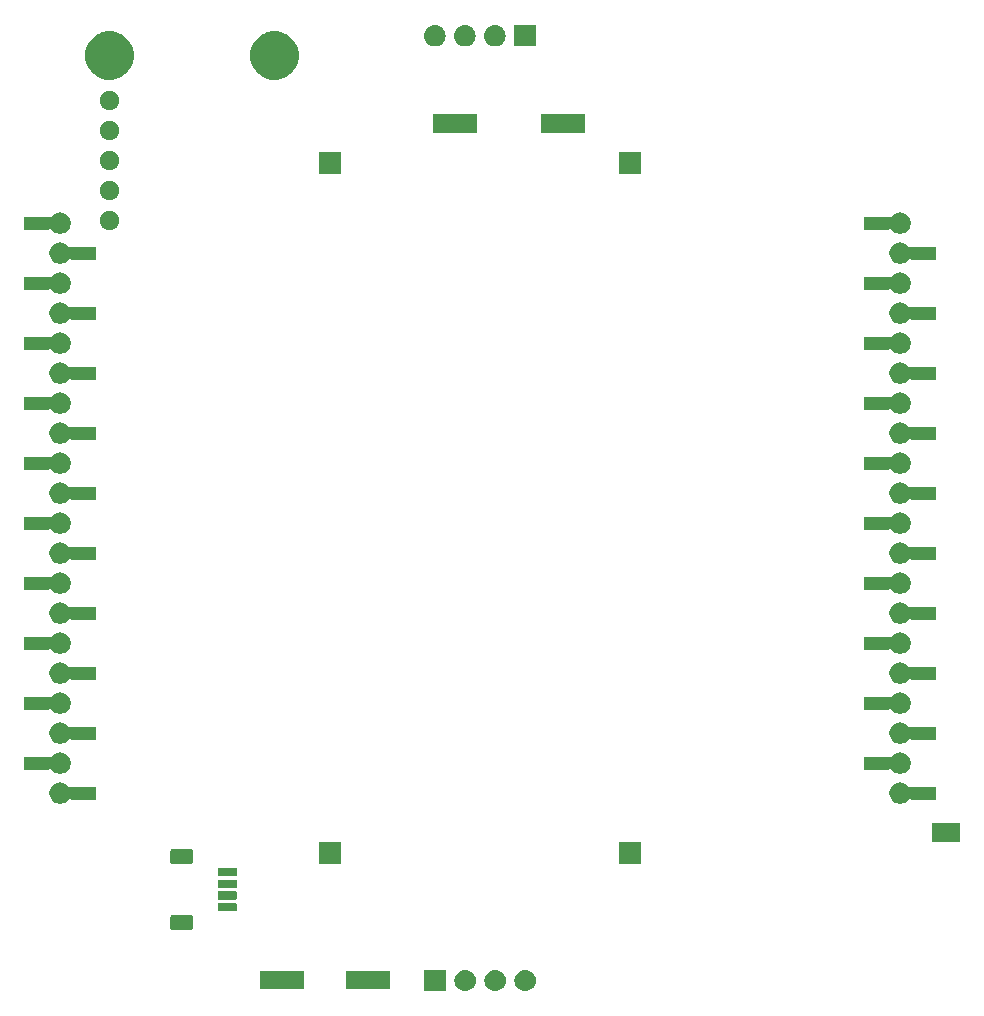
<source format=gbs>
G04 #@! TF.GenerationSoftware,KiCad,Pcbnew,(5.1.2-1)-1*
G04 #@! TF.CreationDate,2021-03-21T18:44:29-05:00*
G04 #@! TF.ProjectId,Core64 LM v0.2,436f7265-3634-4204-9c4d-2076302e322e,0.3*
G04 #@! TF.SameCoordinates,Original*
G04 #@! TF.FileFunction,Soldermask,Bot*
G04 #@! TF.FilePolarity,Negative*
%FSLAX46Y46*%
G04 Gerber Fmt 4.6, Leading zero omitted, Abs format (unit mm)*
G04 Created by KiCad (PCBNEW (5.1.2-1)-1) date 2021-03-21 18:44:29*
%MOMM*%
%LPD*%
G04 APERTURE LIST*
%ADD10C,0.100000*%
G04 APERTURE END LIST*
D10*
G36*
X3920443Y-39105519D02*
G01*
X3986627Y-39112037D01*
X4156466Y-39163557D01*
X4312991Y-39247222D01*
X4348729Y-39276552D01*
X4450186Y-39359814D01*
X4533448Y-39461271D01*
X4562778Y-39497009D01*
X4646443Y-39653534D01*
X4697963Y-39823373D01*
X4715359Y-40000000D01*
X4697963Y-40176627D01*
X4646443Y-40346466D01*
X4562778Y-40502991D01*
X4533448Y-40538729D01*
X4450186Y-40640186D01*
X4348729Y-40723448D01*
X4312991Y-40752778D01*
X4156466Y-40836443D01*
X3986627Y-40887963D01*
X3920443Y-40894481D01*
X3854260Y-40901000D01*
X3765740Y-40901000D01*
X3699557Y-40894481D01*
X3633373Y-40887963D01*
X3463534Y-40836443D01*
X3307009Y-40752778D01*
X3271271Y-40723448D01*
X3169814Y-40640186D01*
X3086552Y-40538729D01*
X3057222Y-40502991D01*
X2973557Y-40346466D01*
X2922037Y-40176627D01*
X2904641Y-40000000D01*
X2922037Y-39823373D01*
X2973557Y-39653534D01*
X3057222Y-39497009D01*
X3086552Y-39461271D01*
X3169814Y-39359814D01*
X3271271Y-39276552D01*
X3307009Y-39247222D01*
X3463534Y-39163557D01*
X3633373Y-39112037D01*
X3699557Y-39105519D01*
X3765740Y-39099000D01*
X3854260Y-39099000D01*
X3920443Y-39105519D01*
X3920443Y-39105519D01*
G37*
G36*
X1380443Y-39105519D02*
G01*
X1446627Y-39112037D01*
X1616466Y-39163557D01*
X1772991Y-39247222D01*
X1808729Y-39276552D01*
X1910186Y-39359814D01*
X1993448Y-39461271D01*
X2022778Y-39497009D01*
X2106443Y-39653534D01*
X2157963Y-39823373D01*
X2175359Y-40000000D01*
X2157963Y-40176627D01*
X2106443Y-40346466D01*
X2022778Y-40502991D01*
X1993448Y-40538729D01*
X1910186Y-40640186D01*
X1808729Y-40723448D01*
X1772991Y-40752778D01*
X1616466Y-40836443D01*
X1446627Y-40887963D01*
X1380443Y-40894481D01*
X1314260Y-40901000D01*
X1225740Y-40901000D01*
X1159557Y-40894481D01*
X1093373Y-40887963D01*
X923534Y-40836443D01*
X767009Y-40752778D01*
X731271Y-40723448D01*
X629814Y-40640186D01*
X546552Y-40538729D01*
X517222Y-40502991D01*
X433557Y-40346466D01*
X382037Y-40176627D01*
X364641Y-40000000D01*
X382037Y-39823373D01*
X433557Y-39653534D01*
X517222Y-39497009D01*
X546552Y-39461271D01*
X629814Y-39359814D01*
X731271Y-39276552D01*
X767009Y-39247222D01*
X923534Y-39163557D01*
X1093373Y-39112037D01*
X1159557Y-39105519D01*
X1225740Y-39099000D01*
X1314260Y-39099000D01*
X1380443Y-39105519D01*
X1380443Y-39105519D01*
G37*
G36*
X-1159557Y-39105519D02*
G01*
X-1093373Y-39112037D01*
X-923534Y-39163557D01*
X-767009Y-39247222D01*
X-731271Y-39276552D01*
X-629814Y-39359814D01*
X-546552Y-39461271D01*
X-517222Y-39497009D01*
X-433557Y-39653534D01*
X-382037Y-39823373D01*
X-364641Y-40000000D01*
X-382037Y-40176627D01*
X-433557Y-40346466D01*
X-517222Y-40502991D01*
X-546552Y-40538729D01*
X-629814Y-40640186D01*
X-731271Y-40723448D01*
X-767009Y-40752778D01*
X-923534Y-40836443D01*
X-1093373Y-40887963D01*
X-1159557Y-40894481D01*
X-1225740Y-40901000D01*
X-1314260Y-40901000D01*
X-1380443Y-40894481D01*
X-1446627Y-40887963D01*
X-1616466Y-40836443D01*
X-1772991Y-40752778D01*
X-1808729Y-40723448D01*
X-1910186Y-40640186D01*
X-1993448Y-40538729D01*
X-2022778Y-40502991D01*
X-2106443Y-40346466D01*
X-2157963Y-40176627D01*
X-2175359Y-40000000D01*
X-2157963Y-39823373D01*
X-2106443Y-39653534D01*
X-2022778Y-39497009D01*
X-1993448Y-39461271D01*
X-1910186Y-39359814D01*
X-1808729Y-39276552D01*
X-1772991Y-39247222D01*
X-1616466Y-39163557D01*
X-1446627Y-39112037D01*
X-1380443Y-39105519D01*
X-1314260Y-39099000D01*
X-1225740Y-39099000D01*
X-1159557Y-39105519D01*
X-1159557Y-39105519D01*
G37*
G36*
X-2909000Y-40901000D02*
G01*
X-4711000Y-40901000D01*
X-4711000Y-39099000D01*
X-2909000Y-39099000D01*
X-2909000Y-40901000D01*
X-2909000Y-40901000D01*
G37*
G36*
X-7634000Y-40751000D02*
G01*
X-11336000Y-40751000D01*
X-11336000Y-39149000D01*
X-7634000Y-39149000D01*
X-7634000Y-40751000D01*
X-7634000Y-40751000D01*
G37*
G36*
X-14934000Y-40751000D02*
G01*
X-18636000Y-40751000D01*
X-18636000Y-39149000D01*
X-14934000Y-39149000D01*
X-14934000Y-40751000D01*
X-14934000Y-40751000D01*
G37*
G36*
X-24483758Y-34453404D02*
G01*
X-24446663Y-34464657D01*
X-24412485Y-34482925D01*
X-24382519Y-34507519D01*
X-24357925Y-34537485D01*
X-24339657Y-34571663D01*
X-24328404Y-34608758D01*
X-24324000Y-34653474D01*
X-24324000Y-35546526D01*
X-24328404Y-35591242D01*
X-24339657Y-35628337D01*
X-24357925Y-35662515D01*
X-24382519Y-35692481D01*
X-24412485Y-35717075D01*
X-24446663Y-35735343D01*
X-24483758Y-35746596D01*
X-24528474Y-35751000D01*
X-26021526Y-35751000D01*
X-26066242Y-35746596D01*
X-26103337Y-35735343D01*
X-26137515Y-35717075D01*
X-26167481Y-35692481D01*
X-26192075Y-35662515D01*
X-26210343Y-35628337D01*
X-26221596Y-35591242D01*
X-26226000Y-35546526D01*
X-26226000Y-34653474D01*
X-26221596Y-34608758D01*
X-26210343Y-34571663D01*
X-26192075Y-34537485D01*
X-26167481Y-34507519D01*
X-26137515Y-34482925D01*
X-26103337Y-34464657D01*
X-26066242Y-34453404D01*
X-26021526Y-34449000D01*
X-24528474Y-34449000D01*
X-24483758Y-34453404D01*
X-24483758Y-34453404D01*
G37*
G36*
X-20665072Y-33451764D02*
G01*
X-20643991Y-33458160D01*
X-20624555Y-33468548D01*
X-20607524Y-33482524D01*
X-20593548Y-33499555D01*
X-20583160Y-33518991D01*
X-20576764Y-33540072D01*
X-20574000Y-33568140D01*
X-20574000Y-34031860D01*
X-20576764Y-34059928D01*
X-20583160Y-34081009D01*
X-20593548Y-34100445D01*
X-20607524Y-34117476D01*
X-20624555Y-34131452D01*
X-20643991Y-34141840D01*
X-20665072Y-34148236D01*
X-20693140Y-34151000D01*
X-22106860Y-34151000D01*
X-22134928Y-34148236D01*
X-22156009Y-34141840D01*
X-22175445Y-34131452D01*
X-22192476Y-34117476D01*
X-22206452Y-34100445D01*
X-22216840Y-34081009D01*
X-22223236Y-34059928D01*
X-22226000Y-34031860D01*
X-22226000Y-33568140D01*
X-22223236Y-33540072D01*
X-22216840Y-33518991D01*
X-22206452Y-33499555D01*
X-22192476Y-33482524D01*
X-22175445Y-33468548D01*
X-22156009Y-33458160D01*
X-22134928Y-33451764D01*
X-22106860Y-33449000D01*
X-20693140Y-33449000D01*
X-20665072Y-33451764D01*
X-20665072Y-33451764D01*
G37*
G36*
X-20665072Y-32451764D02*
G01*
X-20643991Y-32458160D01*
X-20624555Y-32468548D01*
X-20607524Y-32482524D01*
X-20593548Y-32499555D01*
X-20583160Y-32518991D01*
X-20576764Y-32540072D01*
X-20574000Y-32568140D01*
X-20574000Y-33031860D01*
X-20576764Y-33059928D01*
X-20583160Y-33081009D01*
X-20593548Y-33100445D01*
X-20607524Y-33117476D01*
X-20624555Y-33131452D01*
X-20643991Y-33141840D01*
X-20665072Y-33148236D01*
X-20693140Y-33151000D01*
X-22106860Y-33151000D01*
X-22134928Y-33148236D01*
X-22156009Y-33141840D01*
X-22175445Y-33131452D01*
X-22192476Y-33117476D01*
X-22206452Y-33100445D01*
X-22216840Y-33081009D01*
X-22223236Y-33059928D01*
X-22226000Y-33031860D01*
X-22226000Y-32568140D01*
X-22223236Y-32540072D01*
X-22216840Y-32518991D01*
X-22206452Y-32499555D01*
X-22192476Y-32482524D01*
X-22175445Y-32468548D01*
X-22156009Y-32458160D01*
X-22134928Y-32451764D01*
X-22106860Y-32449000D01*
X-20693140Y-32449000D01*
X-20665072Y-32451764D01*
X-20665072Y-32451764D01*
G37*
G36*
X-20665072Y-31451764D02*
G01*
X-20643991Y-31458160D01*
X-20624555Y-31468548D01*
X-20607524Y-31482524D01*
X-20593548Y-31499555D01*
X-20583160Y-31518991D01*
X-20576764Y-31540072D01*
X-20574000Y-31568140D01*
X-20574000Y-32031860D01*
X-20576764Y-32059928D01*
X-20583160Y-32081009D01*
X-20593548Y-32100445D01*
X-20607524Y-32117476D01*
X-20624555Y-32131452D01*
X-20643991Y-32141840D01*
X-20665072Y-32148236D01*
X-20693140Y-32151000D01*
X-22106860Y-32151000D01*
X-22134928Y-32148236D01*
X-22156009Y-32141840D01*
X-22175445Y-32131452D01*
X-22192476Y-32117476D01*
X-22206452Y-32100445D01*
X-22216840Y-32081009D01*
X-22223236Y-32059928D01*
X-22226000Y-32031860D01*
X-22226000Y-31568140D01*
X-22223236Y-31540072D01*
X-22216840Y-31518991D01*
X-22206452Y-31499555D01*
X-22192476Y-31482524D01*
X-22175445Y-31468548D01*
X-22156009Y-31458160D01*
X-22134928Y-31451764D01*
X-22106860Y-31449000D01*
X-20693140Y-31449000D01*
X-20665072Y-31451764D01*
X-20665072Y-31451764D01*
G37*
G36*
X-20665072Y-30451764D02*
G01*
X-20643991Y-30458160D01*
X-20624555Y-30468548D01*
X-20607524Y-30482524D01*
X-20593548Y-30499555D01*
X-20583160Y-30518991D01*
X-20576764Y-30540072D01*
X-20574000Y-30568140D01*
X-20574000Y-31031860D01*
X-20576764Y-31059928D01*
X-20583160Y-31081009D01*
X-20593548Y-31100445D01*
X-20607524Y-31117476D01*
X-20624555Y-31131452D01*
X-20643991Y-31141840D01*
X-20665072Y-31148236D01*
X-20693140Y-31151000D01*
X-22106860Y-31151000D01*
X-22134928Y-31148236D01*
X-22156009Y-31141840D01*
X-22175445Y-31131452D01*
X-22192476Y-31117476D01*
X-22206452Y-31100445D01*
X-22216840Y-31081009D01*
X-22223236Y-31059928D01*
X-22226000Y-31031860D01*
X-22226000Y-30568140D01*
X-22223236Y-30540072D01*
X-22216840Y-30518991D01*
X-22206452Y-30499555D01*
X-22192476Y-30482524D01*
X-22175445Y-30468548D01*
X-22156009Y-30458160D01*
X-22134928Y-30451764D01*
X-22106860Y-30449000D01*
X-20693140Y-30449000D01*
X-20665072Y-30451764D01*
X-20665072Y-30451764D01*
G37*
G36*
X-24483758Y-28853404D02*
G01*
X-24446663Y-28864657D01*
X-24412485Y-28882925D01*
X-24382519Y-28907519D01*
X-24357925Y-28937485D01*
X-24339657Y-28971663D01*
X-24328404Y-29008758D01*
X-24324000Y-29053474D01*
X-24324000Y-29946526D01*
X-24328404Y-29991242D01*
X-24339657Y-30028337D01*
X-24357925Y-30062515D01*
X-24382519Y-30092481D01*
X-24412485Y-30117075D01*
X-24446663Y-30135343D01*
X-24483758Y-30146596D01*
X-24528474Y-30151000D01*
X-26021526Y-30151000D01*
X-26066242Y-30146596D01*
X-26103337Y-30135343D01*
X-26137515Y-30117075D01*
X-26167481Y-30092481D01*
X-26192075Y-30062515D01*
X-26210343Y-30028337D01*
X-26221596Y-29991242D01*
X-26226000Y-29946526D01*
X-26226000Y-29053474D01*
X-26221596Y-29008758D01*
X-26210343Y-28971663D01*
X-26192075Y-28937485D01*
X-26167481Y-28907519D01*
X-26137515Y-28882925D01*
X-26103337Y-28864657D01*
X-26066242Y-28853404D01*
X-26021526Y-28849000D01*
X-24528474Y-28849000D01*
X-24483758Y-28853404D01*
X-24483758Y-28853404D01*
G37*
G36*
X13601000Y-30111000D02*
G01*
X11799000Y-30111000D01*
X11799000Y-28309000D01*
X13601000Y-28309000D01*
X13601000Y-30111000D01*
X13601000Y-30111000D01*
G37*
G36*
X-11799000Y-30111000D02*
G01*
X-13601000Y-30111000D01*
X-13601000Y-28309000D01*
X-11799000Y-28309000D01*
X-11799000Y-30111000D01*
X-11799000Y-30111000D01*
G37*
G36*
X40666000Y-28251000D02*
G01*
X38264000Y-28251000D01*
X38264000Y-26649000D01*
X40666000Y-26649000D01*
X40666000Y-28251000D01*
X40666000Y-28251000D01*
G37*
G36*
X-35446488Y-23233927D02*
G01*
X-35297188Y-23263624D01*
X-35133216Y-23331544D01*
X-34985646Y-23430147D01*
X-34860147Y-23555646D01*
X-34839925Y-23585911D01*
X-34824386Y-23604844D01*
X-34805445Y-23620389D01*
X-34783834Y-23631940D01*
X-34760385Y-23639053D01*
X-34735999Y-23641455D01*
X-34711613Y-23639053D01*
X-34688164Y-23631940D01*
X-34666553Y-23620389D01*
X-34647611Y-23604843D01*
X-34632066Y-23585902D01*
X-34628377Y-23579000D01*
X-32509000Y-23579000D01*
X-32509000Y-24681000D01*
X-34628377Y-24681000D01*
X-34632066Y-24674098D01*
X-34647611Y-24655156D01*
X-34666553Y-24639611D01*
X-34688164Y-24628060D01*
X-34711613Y-24620947D01*
X-34735999Y-24618545D01*
X-34760385Y-24620947D01*
X-34783834Y-24628060D01*
X-34805445Y-24639611D01*
X-34824387Y-24655156D01*
X-34839925Y-24674089D01*
X-34860147Y-24704354D01*
X-34985646Y-24829853D01*
X-35133216Y-24928456D01*
X-35297188Y-24996376D01*
X-35446488Y-25026073D01*
X-35471258Y-25031000D01*
X-35648742Y-25031000D01*
X-35673512Y-25026073D01*
X-35822812Y-24996376D01*
X-35986784Y-24928456D01*
X-36134354Y-24829853D01*
X-36259853Y-24704354D01*
X-36358456Y-24556784D01*
X-36426376Y-24392812D01*
X-36461000Y-24218741D01*
X-36461000Y-24041259D01*
X-36426376Y-23867188D01*
X-36358456Y-23703216D01*
X-36259853Y-23555646D01*
X-36134354Y-23430147D01*
X-35986784Y-23331544D01*
X-35822812Y-23263624D01*
X-35673512Y-23233927D01*
X-35648742Y-23229000D01*
X-35471258Y-23229000D01*
X-35446488Y-23233927D01*
X-35446488Y-23233927D01*
G37*
G36*
X35673512Y-23233927D02*
G01*
X35822812Y-23263624D01*
X35986784Y-23331544D01*
X36134354Y-23430147D01*
X36259853Y-23555646D01*
X36280075Y-23585911D01*
X36295614Y-23604844D01*
X36314555Y-23620389D01*
X36336166Y-23631940D01*
X36359615Y-23639053D01*
X36384001Y-23641455D01*
X36408387Y-23639053D01*
X36431836Y-23631940D01*
X36453447Y-23620389D01*
X36472389Y-23604843D01*
X36487934Y-23585902D01*
X36491623Y-23579000D01*
X38611000Y-23579000D01*
X38611000Y-24681000D01*
X36491623Y-24681000D01*
X36487934Y-24674098D01*
X36472389Y-24655156D01*
X36453447Y-24639611D01*
X36431836Y-24628060D01*
X36408387Y-24620947D01*
X36384001Y-24618545D01*
X36359615Y-24620947D01*
X36336166Y-24628060D01*
X36314555Y-24639611D01*
X36295613Y-24655156D01*
X36280075Y-24674089D01*
X36259853Y-24704354D01*
X36134354Y-24829853D01*
X35986784Y-24928456D01*
X35822812Y-24996376D01*
X35673512Y-25026073D01*
X35648742Y-25031000D01*
X35471258Y-25031000D01*
X35446488Y-25026073D01*
X35297188Y-24996376D01*
X35133216Y-24928456D01*
X34985646Y-24829853D01*
X34860147Y-24704354D01*
X34761544Y-24556784D01*
X34693624Y-24392812D01*
X34659000Y-24218741D01*
X34659000Y-24041259D01*
X34693624Y-23867188D01*
X34761544Y-23703216D01*
X34860147Y-23555646D01*
X34985646Y-23430147D01*
X35133216Y-23331544D01*
X35297188Y-23263624D01*
X35446488Y-23233927D01*
X35471258Y-23229000D01*
X35648742Y-23229000D01*
X35673512Y-23233927D01*
X35673512Y-23233927D01*
G37*
G36*
X-35446488Y-20693927D02*
G01*
X-35297188Y-20723624D01*
X-35133216Y-20791544D01*
X-34985646Y-20890147D01*
X-34860147Y-21015646D01*
X-34761544Y-21163216D01*
X-34693624Y-21327188D01*
X-34659000Y-21501259D01*
X-34659000Y-21678741D01*
X-34693624Y-21852812D01*
X-34761544Y-22016784D01*
X-34860147Y-22164354D01*
X-34985646Y-22289853D01*
X-35133216Y-22388456D01*
X-35297188Y-22456376D01*
X-35446488Y-22486073D01*
X-35471258Y-22491000D01*
X-35648742Y-22491000D01*
X-35673512Y-22486073D01*
X-35822812Y-22456376D01*
X-35986784Y-22388456D01*
X-36134354Y-22289853D01*
X-36259853Y-22164354D01*
X-36280075Y-22134089D01*
X-36295614Y-22115156D01*
X-36314555Y-22099611D01*
X-36336166Y-22088060D01*
X-36359615Y-22080947D01*
X-36384001Y-22078545D01*
X-36408387Y-22080947D01*
X-36431836Y-22088060D01*
X-36453447Y-22099611D01*
X-36472389Y-22115157D01*
X-36487934Y-22134098D01*
X-36491623Y-22141000D01*
X-38611000Y-22141000D01*
X-38611000Y-21039000D01*
X-36491623Y-21039000D01*
X-36487934Y-21045902D01*
X-36472389Y-21064844D01*
X-36453447Y-21080389D01*
X-36431836Y-21091940D01*
X-36408387Y-21099053D01*
X-36384001Y-21101455D01*
X-36359615Y-21099053D01*
X-36336166Y-21091940D01*
X-36314555Y-21080389D01*
X-36295613Y-21064844D01*
X-36280075Y-21045911D01*
X-36259853Y-21015646D01*
X-36134354Y-20890147D01*
X-35986784Y-20791544D01*
X-35822812Y-20723624D01*
X-35673512Y-20693927D01*
X-35648742Y-20689000D01*
X-35471258Y-20689000D01*
X-35446488Y-20693927D01*
X-35446488Y-20693927D01*
G37*
G36*
X35673512Y-20693927D02*
G01*
X35822812Y-20723624D01*
X35986784Y-20791544D01*
X36134354Y-20890147D01*
X36259853Y-21015646D01*
X36358456Y-21163216D01*
X36426376Y-21327188D01*
X36461000Y-21501259D01*
X36461000Y-21678741D01*
X36426376Y-21852812D01*
X36358456Y-22016784D01*
X36259853Y-22164354D01*
X36134354Y-22289853D01*
X35986784Y-22388456D01*
X35822812Y-22456376D01*
X35673512Y-22486073D01*
X35648742Y-22491000D01*
X35471258Y-22491000D01*
X35446488Y-22486073D01*
X35297188Y-22456376D01*
X35133216Y-22388456D01*
X34985646Y-22289853D01*
X34860147Y-22164354D01*
X34839925Y-22134089D01*
X34824386Y-22115156D01*
X34805445Y-22099611D01*
X34783834Y-22088060D01*
X34760385Y-22080947D01*
X34735999Y-22078545D01*
X34711613Y-22080947D01*
X34688164Y-22088060D01*
X34666553Y-22099611D01*
X34647611Y-22115157D01*
X34632066Y-22134098D01*
X34628377Y-22141000D01*
X32509000Y-22141000D01*
X32509000Y-21039000D01*
X34628377Y-21039000D01*
X34632066Y-21045902D01*
X34647611Y-21064844D01*
X34666553Y-21080389D01*
X34688164Y-21091940D01*
X34711613Y-21099053D01*
X34735999Y-21101455D01*
X34760385Y-21099053D01*
X34783834Y-21091940D01*
X34805445Y-21080389D01*
X34824387Y-21064844D01*
X34839925Y-21045911D01*
X34860147Y-21015646D01*
X34985646Y-20890147D01*
X35133216Y-20791544D01*
X35297188Y-20723624D01*
X35446488Y-20693927D01*
X35471258Y-20689000D01*
X35648742Y-20689000D01*
X35673512Y-20693927D01*
X35673512Y-20693927D01*
G37*
G36*
X35673512Y-18153927D02*
G01*
X35822812Y-18183624D01*
X35986784Y-18251544D01*
X36134354Y-18350147D01*
X36259853Y-18475646D01*
X36280075Y-18505911D01*
X36295614Y-18524844D01*
X36314555Y-18540389D01*
X36336166Y-18551940D01*
X36359615Y-18559053D01*
X36384001Y-18561455D01*
X36408387Y-18559053D01*
X36431836Y-18551940D01*
X36453447Y-18540389D01*
X36472389Y-18524843D01*
X36487934Y-18505902D01*
X36491623Y-18499000D01*
X38611000Y-18499000D01*
X38611000Y-19601000D01*
X36491623Y-19601000D01*
X36487934Y-19594098D01*
X36472389Y-19575156D01*
X36453447Y-19559611D01*
X36431836Y-19548060D01*
X36408387Y-19540947D01*
X36384001Y-19538545D01*
X36359615Y-19540947D01*
X36336166Y-19548060D01*
X36314555Y-19559611D01*
X36295613Y-19575156D01*
X36280075Y-19594089D01*
X36259853Y-19624354D01*
X36134354Y-19749853D01*
X35986784Y-19848456D01*
X35822812Y-19916376D01*
X35673512Y-19946073D01*
X35648742Y-19951000D01*
X35471258Y-19951000D01*
X35446488Y-19946073D01*
X35297188Y-19916376D01*
X35133216Y-19848456D01*
X34985646Y-19749853D01*
X34860147Y-19624354D01*
X34761544Y-19476784D01*
X34693624Y-19312812D01*
X34659000Y-19138741D01*
X34659000Y-18961259D01*
X34693624Y-18787188D01*
X34761544Y-18623216D01*
X34860147Y-18475646D01*
X34985646Y-18350147D01*
X35133216Y-18251544D01*
X35297188Y-18183624D01*
X35446488Y-18153927D01*
X35471258Y-18149000D01*
X35648742Y-18149000D01*
X35673512Y-18153927D01*
X35673512Y-18153927D01*
G37*
G36*
X-35446488Y-18153927D02*
G01*
X-35297188Y-18183624D01*
X-35133216Y-18251544D01*
X-34985646Y-18350147D01*
X-34860147Y-18475646D01*
X-34839925Y-18505911D01*
X-34824386Y-18524844D01*
X-34805445Y-18540389D01*
X-34783834Y-18551940D01*
X-34760385Y-18559053D01*
X-34735999Y-18561455D01*
X-34711613Y-18559053D01*
X-34688164Y-18551940D01*
X-34666553Y-18540389D01*
X-34647611Y-18524843D01*
X-34632066Y-18505902D01*
X-34628377Y-18499000D01*
X-32509000Y-18499000D01*
X-32509000Y-19601000D01*
X-34628377Y-19601000D01*
X-34632066Y-19594098D01*
X-34647611Y-19575156D01*
X-34666553Y-19559611D01*
X-34688164Y-19548060D01*
X-34711613Y-19540947D01*
X-34735999Y-19538545D01*
X-34760385Y-19540947D01*
X-34783834Y-19548060D01*
X-34805445Y-19559611D01*
X-34824387Y-19575156D01*
X-34839925Y-19594089D01*
X-34860147Y-19624354D01*
X-34985646Y-19749853D01*
X-35133216Y-19848456D01*
X-35297188Y-19916376D01*
X-35446488Y-19946073D01*
X-35471258Y-19951000D01*
X-35648742Y-19951000D01*
X-35673512Y-19946073D01*
X-35822812Y-19916376D01*
X-35986784Y-19848456D01*
X-36134354Y-19749853D01*
X-36259853Y-19624354D01*
X-36358456Y-19476784D01*
X-36426376Y-19312812D01*
X-36461000Y-19138741D01*
X-36461000Y-18961259D01*
X-36426376Y-18787188D01*
X-36358456Y-18623216D01*
X-36259853Y-18475646D01*
X-36134354Y-18350147D01*
X-35986784Y-18251544D01*
X-35822812Y-18183624D01*
X-35673512Y-18153927D01*
X-35648742Y-18149000D01*
X-35471258Y-18149000D01*
X-35446488Y-18153927D01*
X-35446488Y-18153927D01*
G37*
G36*
X-35446488Y-15613927D02*
G01*
X-35297188Y-15643624D01*
X-35133216Y-15711544D01*
X-34985646Y-15810147D01*
X-34860147Y-15935646D01*
X-34761544Y-16083216D01*
X-34693624Y-16247188D01*
X-34659000Y-16421259D01*
X-34659000Y-16598741D01*
X-34693624Y-16772812D01*
X-34761544Y-16936784D01*
X-34860147Y-17084354D01*
X-34985646Y-17209853D01*
X-35133216Y-17308456D01*
X-35297188Y-17376376D01*
X-35446488Y-17406073D01*
X-35471258Y-17411000D01*
X-35648742Y-17411000D01*
X-35673512Y-17406073D01*
X-35822812Y-17376376D01*
X-35986784Y-17308456D01*
X-36134354Y-17209853D01*
X-36259853Y-17084354D01*
X-36280075Y-17054089D01*
X-36295614Y-17035156D01*
X-36314555Y-17019611D01*
X-36336166Y-17008060D01*
X-36359615Y-17000947D01*
X-36384001Y-16998545D01*
X-36408387Y-17000947D01*
X-36431836Y-17008060D01*
X-36453447Y-17019611D01*
X-36472389Y-17035157D01*
X-36487934Y-17054098D01*
X-36491623Y-17061000D01*
X-38611000Y-17061000D01*
X-38611000Y-15959000D01*
X-36491623Y-15959000D01*
X-36487934Y-15965902D01*
X-36472389Y-15984844D01*
X-36453447Y-16000389D01*
X-36431836Y-16011940D01*
X-36408387Y-16019053D01*
X-36384001Y-16021455D01*
X-36359615Y-16019053D01*
X-36336166Y-16011940D01*
X-36314555Y-16000389D01*
X-36295613Y-15984844D01*
X-36280075Y-15965911D01*
X-36259853Y-15935646D01*
X-36134354Y-15810147D01*
X-35986784Y-15711544D01*
X-35822812Y-15643624D01*
X-35673512Y-15613927D01*
X-35648742Y-15609000D01*
X-35471258Y-15609000D01*
X-35446488Y-15613927D01*
X-35446488Y-15613927D01*
G37*
G36*
X35673512Y-15613927D02*
G01*
X35822812Y-15643624D01*
X35986784Y-15711544D01*
X36134354Y-15810147D01*
X36259853Y-15935646D01*
X36358456Y-16083216D01*
X36426376Y-16247188D01*
X36461000Y-16421259D01*
X36461000Y-16598741D01*
X36426376Y-16772812D01*
X36358456Y-16936784D01*
X36259853Y-17084354D01*
X36134354Y-17209853D01*
X35986784Y-17308456D01*
X35822812Y-17376376D01*
X35673512Y-17406073D01*
X35648742Y-17411000D01*
X35471258Y-17411000D01*
X35446488Y-17406073D01*
X35297188Y-17376376D01*
X35133216Y-17308456D01*
X34985646Y-17209853D01*
X34860147Y-17084354D01*
X34839925Y-17054089D01*
X34824386Y-17035156D01*
X34805445Y-17019611D01*
X34783834Y-17008060D01*
X34760385Y-17000947D01*
X34735999Y-16998545D01*
X34711613Y-17000947D01*
X34688164Y-17008060D01*
X34666553Y-17019611D01*
X34647611Y-17035157D01*
X34632066Y-17054098D01*
X34628377Y-17061000D01*
X32509000Y-17061000D01*
X32509000Y-15959000D01*
X34628377Y-15959000D01*
X34632066Y-15965902D01*
X34647611Y-15984844D01*
X34666553Y-16000389D01*
X34688164Y-16011940D01*
X34711613Y-16019053D01*
X34735999Y-16021455D01*
X34760385Y-16019053D01*
X34783834Y-16011940D01*
X34805445Y-16000389D01*
X34824387Y-15984844D01*
X34839925Y-15965911D01*
X34860147Y-15935646D01*
X34985646Y-15810147D01*
X35133216Y-15711544D01*
X35297188Y-15643624D01*
X35446488Y-15613927D01*
X35471258Y-15609000D01*
X35648742Y-15609000D01*
X35673512Y-15613927D01*
X35673512Y-15613927D01*
G37*
G36*
X35673512Y-13073927D02*
G01*
X35822812Y-13103624D01*
X35986784Y-13171544D01*
X36134354Y-13270147D01*
X36259853Y-13395646D01*
X36280075Y-13425911D01*
X36295614Y-13444844D01*
X36314555Y-13460389D01*
X36336166Y-13471940D01*
X36359615Y-13479053D01*
X36384001Y-13481455D01*
X36408387Y-13479053D01*
X36431836Y-13471940D01*
X36453447Y-13460389D01*
X36472389Y-13444843D01*
X36487934Y-13425902D01*
X36491623Y-13419000D01*
X38611000Y-13419000D01*
X38611000Y-14521000D01*
X36491623Y-14521000D01*
X36487934Y-14514098D01*
X36472389Y-14495156D01*
X36453447Y-14479611D01*
X36431836Y-14468060D01*
X36408387Y-14460947D01*
X36384001Y-14458545D01*
X36359615Y-14460947D01*
X36336166Y-14468060D01*
X36314555Y-14479611D01*
X36295613Y-14495156D01*
X36280075Y-14514089D01*
X36259853Y-14544354D01*
X36134354Y-14669853D01*
X35986784Y-14768456D01*
X35822812Y-14836376D01*
X35673512Y-14866073D01*
X35648742Y-14871000D01*
X35471258Y-14871000D01*
X35446488Y-14866073D01*
X35297188Y-14836376D01*
X35133216Y-14768456D01*
X34985646Y-14669853D01*
X34860147Y-14544354D01*
X34761544Y-14396784D01*
X34693624Y-14232812D01*
X34659000Y-14058741D01*
X34659000Y-13881259D01*
X34693624Y-13707188D01*
X34761544Y-13543216D01*
X34860147Y-13395646D01*
X34985646Y-13270147D01*
X35133216Y-13171544D01*
X35297188Y-13103624D01*
X35446488Y-13073927D01*
X35471258Y-13069000D01*
X35648742Y-13069000D01*
X35673512Y-13073927D01*
X35673512Y-13073927D01*
G37*
G36*
X-35446488Y-13073927D02*
G01*
X-35297188Y-13103624D01*
X-35133216Y-13171544D01*
X-34985646Y-13270147D01*
X-34860147Y-13395646D01*
X-34839925Y-13425911D01*
X-34824386Y-13444844D01*
X-34805445Y-13460389D01*
X-34783834Y-13471940D01*
X-34760385Y-13479053D01*
X-34735999Y-13481455D01*
X-34711613Y-13479053D01*
X-34688164Y-13471940D01*
X-34666553Y-13460389D01*
X-34647611Y-13444843D01*
X-34632066Y-13425902D01*
X-34628377Y-13419000D01*
X-32509000Y-13419000D01*
X-32509000Y-14521000D01*
X-34628377Y-14521000D01*
X-34632066Y-14514098D01*
X-34647611Y-14495156D01*
X-34666553Y-14479611D01*
X-34688164Y-14468060D01*
X-34711613Y-14460947D01*
X-34735999Y-14458545D01*
X-34760385Y-14460947D01*
X-34783834Y-14468060D01*
X-34805445Y-14479611D01*
X-34824387Y-14495156D01*
X-34839925Y-14514089D01*
X-34860147Y-14544354D01*
X-34985646Y-14669853D01*
X-35133216Y-14768456D01*
X-35297188Y-14836376D01*
X-35446488Y-14866073D01*
X-35471258Y-14871000D01*
X-35648742Y-14871000D01*
X-35673512Y-14866073D01*
X-35822812Y-14836376D01*
X-35986784Y-14768456D01*
X-36134354Y-14669853D01*
X-36259853Y-14544354D01*
X-36358456Y-14396784D01*
X-36426376Y-14232812D01*
X-36461000Y-14058741D01*
X-36461000Y-13881259D01*
X-36426376Y-13707188D01*
X-36358456Y-13543216D01*
X-36259853Y-13395646D01*
X-36134354Y-13270147D01*
X-35986784Y-13171544D01*
X-35822812Y-13103624D01*
X-35673512Y-13073927D01*
X-35648742Y-13069000D01*
X-35471258Y-13069000D01*
X-35446488Y-13073927D01*
X-35446488Y-13073927D01*
G37*
G36*
X35673512Y-10533927D02*
G01*
X35822812Y-10563624D01*
X35986784Y-10631544D01*
X36134354Y-10730147D01*
X36259853Y-10855646D01*
X36358456Y-11003216D01*
X36426376Y-11167188D01*
X36461000Y-11341259D01*
X36461000Y-11518741D01*
X36426376Y-11692812D01*
X36358456Y-11856784D01*
X36259853Y-12004354D01*
X36134354Y-12129853D01*
X35986784Y-12228456D01*
X35822812Y-12296376D01*
X35673512Y-12326073D01*
X35648742Y-12331000D01*
X35471258Y-12331000D01*
X35446488Y-12326073D01*
X35297188Y-12296376D01*
X35133216Y-12228456D01*
X34985646Y-12129853D01*
X34860147Y-12004354D01*
X34839925Y-11974089D01*
X34824386Y-11955156D01*
X34805445Y-11939611D01*
X34783834Y-11928060D01*
X34760385Y-11920947D01*
X34735999Y-11918545D01*
X34711613Y-11920947D01*
X34688164Y-11928060D01*
X34666553Y-11939611D01*
X34647611Y-11955157D01*
X34632066Y-11974098D01*
X34628377Y-11981000D01*
X32509000Y-11981000D01*
X32509000Y-10879000D01*
X34628377Y-10879000D01*
X34632066Y-10885902D01*
X34647611Y-10904844D01*
X34666553Y-10920389D01*
X34688164Y-10931940D01*
X34711613Y-10939053D01*
X34735999Y-10941455D01*
X34760385Y-10939053D01*
X34783834Y-10931940D01*
X34805445Y-10920389D01*
X34824387Y-10904844D01*
X34839925Y-10885911D01*
X34860147Y-10855646D01*
X34985646Y-10730147D01*
X35133216Y-10631544D01*
X35297188Y-10563624D01*
X35446488Y-10533927D01*
X35471258Y-10529000D01*
X35648742Y-10529000D01*
X35673512Y-10533927D01*
X35673512Y-10533927D01*
G37*
G36*
X-35446488Y-10533927D02*
G01*
X-35297188Y-10563624D01*
X-35133216Y-10631544D01*
X-34985646Y-10730147D01*
X-34860147Y-10855646D01*
X-34761544Y-11003216D01*
X-34693624Y-11167188D01*
X-34659000Y-11341259D01*
X-34659000Y-11518741D01*
X-34693624Y-11692812D01*
X-34761544Y-11856784D01*
X-34860147Y-12004354D01*
X-34985646Y-12129853D01*
X-35133216Y-12228456D01*
X-35297188Y-12296376D01*
X-35446488Y-12326073D01*
X-35471258Y-12331000D01*
X-35648742Y-12331000D01*
X-35673512Y-12326073D01*
X-35822812Y-12296376D01*
X-35986784Y-12228456D01*
X-36134354Y-12129853D01*
X-36259853Y-12004354D01*
X-36280075Y-11974089D01*
X-36295614Y-11955156D01*
X-36314555Y-11939611D01*
X-36336166Y-11928060D01*
X-36359615Y-11920947D01*
X-36384001Y-11918545D01*
X-36408387Y-11920947D01*
X-36431836Y-11928060D01*
X-36453447Y-11939611D01*
X-36472389Y-11955157D01*
X-36487934Y-11974098D01*
X-36491623Y-11981000D01*
X-38611000Y-11981000D01*
X-38611000Y-10879000D01*
X-36491623Y-10879000D01*
X-36487934Y-10885902D01*
X-36472389Y-10904844D01*
X-36453447Y-10920389D01*
X-36431836Y-10931940D01*
X-36408387Y-10939053D01*
X-36384001Y-10941455D01*
X-36359615Y-10939053D01*
X-36336166Y-10931940D01*
X-36314555Y-10920389D01*
X-36295613Y-10904844D01*
X-36280075Y-10885911D01*
X-36259853Y-10855646D01*
X-36134354Y-10730147D01*
X-35986784Y-10631544D01*
X-35822812Y-10563624D01*
X-35673512Y-10533927D01*
X-35648742Y-10529000D01*
X-35471258Y-10529000D01*
X-35446488Y-10533927D01*
X-35446488Y-10533927D01*
G37*
G36*
X35673512Y-7993927D02*
G01*
X35822812Y-8023624D01*
X35986784Y-8091544D01*
X36134354Y-8190147D01*
X36259853Y-8315646D01*
X36280075Y-8345911D01*
X36295614Y-8364844D01*
X36314555Y-8380389D01*
X36336166Y-8391940D01*
X36359615Y-8399053D01*
X36384001Y-8401455D01*
X36408387Y-8399053D01*
X36431836Y-8391940D01*
X36453447Y-8380389D01*
X36472389Y-8364843D01*
X36487934Y-8345902D01*
X36491623Y-8339000D01*
X38611000Y-8339000D01*
X38611000Y-9441000D01*
X36491623Y-9441000D01*
X36487934Y-9434098D01*
X36472389Y-9415156D01*
X36453447Y-9399611D01*
X36431836Y-9388060D01*
X36408387Y-9380947D01*
X36384001Y-9378545D01*
X36359615Y-9380947D01*
X36336166Y-9388060D01*
X36314555Y-9399611D01*
X36295613Y-9415156D01*
X36280075Y-9434089D01*
X36259853Y-9464354D01*
X36134354Y-9589853D01*
X35986784Y-9688456D01*
X35822812Y-9756376D01*
X35673512Y-9786073D01*
X35648742Y-9791000D01*
X35471258Y-9791000D01*
X35446488Y-9786073D01*
X35297188Y-9756376D01*
X35133216Y-9688456D01*
X34985646Y-9589853D01*
X34860147Y-9464354D01*
X34761544Y-9316784D01*
X34693624Y-9152812D01*
X34659000Y-8978741D01*
X34659000Y-8801259D01*
X34693624Y-8627188D01*
X34761544Y-8463216D01*
X34860147Y-8315646D01*
X34985646Y-8190147D01*
X35133216Y-8091544D01*
X35297188Y-8023624D01*
X35446488Y-7993927D01*
X35471258Y-7989000D01*
X35648742Y-7989000D01*
X35673512Y-7993927D01*
X35673512Y-7993927D01*
G37*
G36*
X-35446488Y-7993927D02*
G01*
X-35297188Y-8023624D01*
X-35133216Y-8091544D01*
X-34985646Y-8190147D01*
X-34860147Y-8315646D01*
X-34839925Y-8345911D01*
X-34824386Y-8364844D01*
X-34805445Y-8380389D01*
X-34783834Y-8391940D01*
X-34760385Y-8399053D01*
X-34735999Y-8401455D01*
X-34711613Y-8399053D01*
X-34688164Y-8391940D01*
X-34666553Y-8380389D01*
X-34647611Y-8364843D01*
X-34632066Y-8345902D01*
X-34628377Y-8339000D01*
X-32509000Y-8339000D01*
X-32509000Y-9441000D01*
X-34628377Y-9441000D01*
X-34632066Y-9434098D01*
X-34647611Y-9415156D01*
X-34666553Y-9399611D01*
X-34688164Y-9388060D01*
X-34711613Y-9380947D01*
X-34735999Y-9378545D01*
X-34760385Y-9380947D01*
X-34783834Y-9388060D01*
X-34805445Y-9399611D01*
X-34824387Y-9415156D01*
X-34839925Y-9434089D01*
X-34860147Y-9464354D01*
X-34985646Y-9589853D01*
X-35133216Y-9688456D01*
X-35297188Y-9756376D01*
X-35446488Y-9786073D01*
X-35471258Y-9791000D01*
X-35648742Y-9791000D01*
X-35673512Y-9786073D01*
X-35822812Y-9756376D01*
X-35986784Y-9688456D01*
X-36134354Y-9589853D01*
X-36259853Y-9464354D01*
X-36358456Y-9316784D01*
X-36426376Y-9152812D01*
X-36461000Y-8978741D01*
X-36461000Y-8801259D01*
X-36426376Y-8627188D01*
X-36358456Y-8463216D01*
X-36259853Y-8315646D01*
X-36134354Y-8190147D01*
X-35986784Y-8091544D01*
X-35822812Y-8023624D01*
X-35673512Y-7993927D01*
X-35648742Y-7989000D01*
X-35471258Y-7989000D01*
X-35446488Y-7993927D01*
X-35446488Y-7993927D01*
G37*
G36*
X-35446488Y-5453927D02*
G01*
X-35297188Y-5483624D01*
X-35133216Y-5551544D01*
X-34985646Y-5650147D01*
X-34860147Y-5775646D01*
X-34761544Y-5923216D01*
X-34693624Y-6087188D01*
X-34659000Y-6261259D01*
X-34659000Y-6438741D01*
X-34693624Y-6612812D01*
X-34761544Y-6776784D01*
X-34860147Y-6924354D01*
X-34985646Y-7049853D01*
X-35133216Y-7148456D01*
X-35297188Y-7216376D01*
X-35446488Y-7246073D01*
X-35471258Y-7251000D01*
X-35648742Y-7251000D01*
X-35673512Y-7246073D01*
X-35822812Y-7216376D01*
X-35986784Y-7148456D01*
X-36134354Y-7049853D01*
X-36259853Y-6924354D01*
X-36280075Y-6894089D01*
X-36295614Y-6875156D01*
X-36314555Y-6859611D01*
X-36336166Y-6848060D01*
X-36359615Y-6840947D01*
X-36384001Y-6838545D01*
X-36408387Y-6840947D01*
X-36431836Y-6848060D01*
X-36453447Y-6859611D01*
X-36472389Y-6875157D01*
X-36487934Y-6894098D01*
X-36491623Y-6901000D01*
X-38611000Y-6901000D01*
X-38611000Y-5799000D01*
X-36491623Y-5799000D01*
X-36487934Y-5805902D01*
X-36472389Y-5824844D01*
X-36453447Y-5840389D01*
X-36431836Y-5851940D01*
X-36408387Y-5859053D01*
X-36384001Y-5861455D01*
X-36359615Y-5859053D01*
X-36336166Y-5851940D01*
X-36314555Y-5840389D01*
X-36295613Y-5824844D01*
X-36280075Y-5805911D01*
X-36259853Y-5775646D01*
X-36134354Y-5650147D01*
X-35986784Y-5551544D01*
X-35822812Y-5483624D01*
X-35673512Y-5453927D01*
X-35648742Y-5449000D01*
X-35471258Y-5449000D01*
X-35446488Y-5453927D01*
X-35446488Y-5453927D01*
G37*
G36*
X35673512Y-5453927D02*
G01*
X35822812Y-5483624D01*
X35986784Y-5551544D01*
X36134354Y-5650147D01*
X36259853Y-5775646D01*
X36358456Y-5923216D01*
X36426376Y-6087188D01*
X36461000Y-6261259D01*
X36461000Y-6438741D01*
X36426376Y-6612812D01*
X36358456Y-6776784D01*
X36259853Y-6924354D01*
X36134354Y-7049853D01*
X35986784Y-7148456D01*
X35822812Y-7216376D01*
X35673512Y-7246073D01*
X35648742Y-7251000D01*
X35471258Y-7251000D01*
X35446488Y-7246073D01*
X35297188Y-7216376D01*
X35133216Y-7148456D01*
X34985646Y-7049853D01*
X34860147Y-6924354D01*
X34839925Y-6894089D01*
X34824386Y-6875156D01*
X34805445Y-6859611D01*
X34783834Y-6848060D01*
X34760385Y-6840947D01*
X34735999Y-6838545D01*
X34711613Y-6840947D01*
X34688164Y-6848060D01*
X34666553Y-6859611D01*
X34647611Y-6875157D01*
X34632066Y-6894098D01*
X34628377Y-6901000D01*
X32509000Y-6901000D01*
X32509000Y-5799000D01*
X34628377Y-5799000D01*
X34632066Y-5805902D01*
X34647611Y-5824844D01*
X34666553Y-5840389D01*
X34688164Y-5851940D01*
X34711613Y-5859053D01*
X34735999Y-5861455D01*
X34760385Y-5859053D01*
X34783834Y-5851940D01*
X34805445Y-5840389D01*
X34824387Y-5824844D01*
X34839925Y-5805911D01*
X34860147Y-5775646D01*
X34985646Y-5650147D01*
X35133216Y-5551544D01*
X35297188Y-5483624D01*
X35446488Y-5453927D01*
X35471258Y-5449000D01*
X35648742Y-5449000D01*
X35673512Y-5453927D01*
X35673512Y-5453927D01*
G37*
G36*
X-35446488Y-2913927D02*
G01*
X-35297188Y-2943624D01*
X-35133216Y-3011544D01*
X-34985646Y-3110147D01*
X-34860147Y-3235646D01*
X-34839925Y-3265911D01*
X-34824386Y-3284844D01*
X-34805445Y-3300389D01*
X-34783834Y-3311940D01*
X-34760385Y-3319053D01*
X-34735999Y-3321455D01*
X-34711613Y-3319053D01*
X-34688164Y-3311940D01*
X-34666553Y-3300389D01*
X-34647611Y-3284843D01*
X-34632066Y-3265902D01*
X-34628377Y-3259000D01*
X-32509000Y-3259000D01*
X-32509000Y-4361000D01*
X-34628377Y-4361000D01*
X-34632066Y-4354098D01*
X-34647611Y-4335156D01*
X-34666553Y-4319611D01*
X-34688164Y-4308060D01*
X-34711613Y-4300947D01*
X-34735999Y-4298545D01*
X-34760385Y-4300947D01*
X-34783834Y-4308060D01*
X-34805445Y-4319611D01*
X-34824387Y-4335156D01*
X-34839925Y-4354089D01*
X-34860147Y-4384354D01*
X-34985646Y-4509853D01*
X-35133216Y-4608456D01*
X-35297188Y-4676376D01*
X-35446488Y-4706073D01*
X-35471258Y-4711000D01*
X-35648742Y-4711000D01*
X-35673512Y-4706073D01*
X-35822812Y-4676376D01*
X-35986784Y-4608456D01*
X-36134354Y-4509853D01*
X-36259853Y-4384354D01*
X-36358456Y-4236784D01*
X-36426376Y-4072812D01*
X-36461000Y-3898741D01*
X-36461000Y-3721259D01*
X-36426376Y-3547188D01*
X-36358456Y-3383216D01*
X-36259853Y-3235646D01*
X-36134354Y-3110147D01*
X-35986784Y-3011544D01*
X-35822812Y-2943624D01*
X-35673512Y-2913927D01*
X-35648742Y-2909000D01*
X-35471258Y-2909000D01*
X-35446488Y-2913927D01*
X-35446488Y-2913927D01*
G37*
G36*
X35673512Y-2913927D02*
G01*
X35822812Y-2943624D01*
X35986784Y-3011544D01*
X36134354Y-3110147D01*
X36259853Y-3235646D01*
X36280075Y-3265911D01*
X36295614Y-3284844D01*
X36314555Y-3300389D01*
X36336166Y-3311940D01*
X36359615Y-3319053D01*
X36384001Y-3321455D01*
X36408387Y-3319053D01*
X36431836Y-3311940D01*
X36453447Y-3300389D01*
X36472389Y-3284843D01*
X36487934Y-3265902D01*
X36491623Y-3259000D01*
X38611000Y-3259000D01*
X38611000Y-4361000D01*
X36491623Y-4361000D01*
X36487934Y-4354098D01*
X36472389Y-4335156D01*
X36453447Y-4319611D01*
X36431836Y-4308060D01*
X36408387Y-4300947D01*
X36384001Y-4298545D01*
X36359615Y-4300947D01*
X36336166Y-4308060D01*
X36314555Y-4319611D01*
X36295613Y-4335156D01*
X36280075Y-4354089D01*
X36259853Y-4384354D01*
X36134354Y-4509853D01*
X35986784Y-4608456D01*
X35822812Y-4676376D01*
X35673512Y-4706073D01*
X35648742Y-4711000D01*
X35471258Y-4711000D01*
X35446488Y-4706073D01*
X35297188Y-4676376D01*
X35133216Y-4608456D01*
X34985646Y-4509853D01*
X34860147Y-4384354D01*
X34761544Y-4236784D01*
X34693624Y-4072812D01*
X34659000Y-3898741D01*
X34659000Y-3721259D01*
X34693624Y-3547188D01*
X34761544Y-3383216D01*
X34860147Y-3235646D01*
X34985646Y-3110147D01*
X35133216Y-3011544D01*
X35297188Y-2943624D01*
X35446488Y-2913927D01*
X35471258Y-2909000D01*
X35648742Y-2909000D01*
X35673512Y-2913927D01*
X35673512Y-2913927D01*
G37*
G36*
X35673512Y-373927D02*
G01*
X35822812Y-403624D01*
X35986784Y-471544D01*
X36134354Y-570147D01*
X36259853Y-695646D01*
X36358456Y-843216D01*
X36426376Y-1007188D01*
X36461000Y-1181259D01*
X36461000Y-1358741D01*
X36426376Y-1532812D01*
X36358456Y-1696784D01*
X36259853Y-1844354D01*
X36134354Y-1969853D01*
X35986784Y-2068456D01*
X35822812Y-2136376D01*
X35673512Y-2166073D01*
X35648742Y-2171000D01*
X35471258Y-2171000D01*
X35446488Y-2166073D01*
X35297188Y-2136376D01*
X35133216Y-2068456D01*
X34985646Y-1969853D01*
X34860147Y-1844354D01*
X34839925Y-1814089D01*
X34824386Y-1795156D01*
X34805445Y-1779611D01*
X34783834Y-1768060D01*
X34760385Y-1760947D01*
X34735999Y-1758545D01*
X34711613Y-1760947D01*
X34688164Y-1768060D01*
X34666553Y-1779611D01*
X34647611Y-1795157D01*
X34632066Y-1814098D01*
X34628377Y-1821000D01*
X32509000Y-1821000D01*
X32509000Y-719000D01*
X34628377Y-719000D01*
X34632066Y-725902D01*
X34647611Y-744844D01*
X34666553Y-760389D01*
X34688164Y-771940D01*
X34711613Y-779053D01*
X34735999Y-781455D01*
X34760385Y-779053D01*
X34783834Y-771940D01*
X34805445Y-760389D01*
X34824387Y-744844D01*
X34839925Y-725911D01*
X34860147Y-695646D01*
X34985646Y-570147D01*
X35133216Y-471544D01*
X35297188Y-403624D01*
X35446488Y-373927D01*
X35471258Y-369000D01*
X35648742Y-369000D01*
X35673512Y-373927D01*
X35673512Y-373927D01*
G37*
G36*
X-35446488Y-373927D02*
G01*
X-35297188Y-403624D01*
X-35133216Y-471544D01*
X-34985646Y-570147D01*
X-34860147Y-695646D01*
X-34761544Y-843216D01*
X-34693624Y-1007188D01*
X-34659000Y-1181259D01*
X-34659000Y-1358741D01*
X-34693624Y-1532812D01*
X-34761544Y-1696784D01*
X-34860147Y-1844354D01*
X-34985646Y-1969853D01*
X-35133216Y-2068456D01*
X-35297188Y-2136376D01*
X-35446488Y-2166073D01*
X-35471258Y-2171000D01*
X-35648742Y-2171000D01*
X-35673512Y-2166073D01*
X-35822812Y-2136376D01*
X-35986784Y-2068456D01*
X-36134354Y-1969853D01*
X-36259853Y-1844354D01*
X-36280075Y-1814089D01*
X-36295614Y-1795156D01*
X-36314555Y-1779611D01*
X-36336166Y-1768060D01*
X-36359615Y-1760947D01*
X-36384001Y-1758545D01*
X-36408387Y-1760947D01*
X-36431836Y-1768060D01*
X-36453447Y-1779611D01*
X-36472389Y-1795157D01*
X-36487934Y-1814098D01*
X-36491623Y-1821000D01*
X-38611000Y-1821000D01*
X-38611000Y-719000D01*
X-36491623Y-719000D01*
X-36487934Y-725902D01*
X-36472389Y-744844D01*
X-36453447Y-760389D01*
X-36431836Y-771940D01*
X-36408387Y-779053D01*
X-36384001Y-781455D01*
X-36359615Y-779053D01*
X-36336166Y-771940D01*
X-36314555Y-760389D01*
X-36295613Y-744844D01*
X-36280075Y-725911D01*
X-36259853Y-695646D01*
X-36134354Y-570147D01*
X-35986784Y-471544D01*
X-35822812Y-403624D01*
X-35673512Y-373927D01*
X-35648742Y-369000D01*
X-35471258Y-369000D01*
X-35446488Y-373927D01*
X-35446488Y-373927D01*
G37*
G36*
X35673512Y2166073D02*
G01*
X35822812Y2136376D01*
X35986784Y2068456D01*
X36134354Y1969853D01*
X36259853Y1844354D01*
X36280075Y1814089D01*
X36295614Y1795156D01*
X36314555Y1779611D01*
X36336166Y1768060D01*
X36359615Y1760947D01*
X36384001Y1758545D01*
X36408387Y1760947D01*
X36431836Y1768060D01*
X36453447Y1779611D01*
X36472389Y1795157D01*
X36487934Y1814098D01*
X36491623Y1821000D01*
X38611000Y1821000D01*
X38611000Y719000D01*
X36491623Y719000D01*
X36487934Y725902D01*
X36472389Y744844D01*
X36453447Y760389D01*
X36431836Y771940D01*
X36408387Y779053D01*
X36384001Y781455D01*
X36359615Y779053D01*
X36336166Y771940D01*
X36314555Y760389D01*
X36295613Y744844D01*
X36280075Y725911D01*
X36259853Y695646D01*
X36134354Y570147D01*
X35986784Y471544D01*
X35822812Y403624D01*
X35673512Y373927D01*
X35648742Y369000D01*
X35471258Y369000D01*
X35446488Y373927D01*
X35297188Y403624D01*
X35133216Y471544D01*
X34985646Y570147D01*
X34860147Y695646D01*
X34761544Y843216D01*
X34693624Y1007188D01*
X34659000Y1181259D01*
X34659000Y1358741D01*
X34693624Y1532812D01*
X34761544Y1696784D01*
X34860147Y1844354D01*
X34985646Y1969853D01*
X35133216Y2068456D01*
X35297188Y2136376D01*
X35446488Y2166073D01*
X35471258Y2171000D01*
X35648742Y2171000D01*
X35673512Y2166073D01*
X35673512Y2166073D01*
G37*
G36*
X-35446488Y2166073D02*
G01*
X-35297188Y2136376D01*
X-35133216Y2068456D01*
X-34985646Y1969853D01*
X-34860147Y1844354D01*
X-34839925Y1814089D01*
X-34824386Y1795156D01*
X-34805445Y1779611D01*
X-34783834Y1768060D01*
X-34760385Y1760947D01*
X-34735999Y1758545D01*
X-34711613Y1760947D01*
X-34688164Y1768060D01*
X-34666553Y1779611D01*
X-34647611Y1795157D01*
X-34632066Y1814098D01*
X-34628377Y1821000D01*
X-32509000Y1821000D01*
X-32509000Y719000D01*
X-34628377Y719000D01*
X-34632066Y725902D01*
X-34647611Y744844D01*
X-34666553Y760389D01*
X-34688164Y771940D01*
X-34711613Y779053D01*
X-34735999Y781455D01*
X-34760385Y779053D01*
X-34783834Y771940D01*
X-34805445Y760389D01*
X-34824387Y744844D01*
X-34839925Y725911D01*
X-34860147Y695646D01*
X-34985646Y570147D01*
X-35133216Y471544D01*
X-35297188Y403624D01*
X-35446488Y373927D01*
X-35471258Y369000D01*
X-35648742Y369000D01*
X-35673512Y373927D01*
X-35822812Y403624D01*
X-35986784Y471544D01*
X-36134354Y570147D01*
X-36259853Y695646D01*
X-36358456Y843216D01*
X-36426376Y1007188D01*
X-36461000Y1181259D01*
X-36461000Y1358741D01*
X-36426376Y1532812D01*
X-36358456Y1696784D01*
X-36259853Y1844354D01*
X-36134354Y1969853D01*
X-35986784Y2068456D01*
X-35822812Y2136376D01*
X-35673512Y2166073D01*
X-35648742Y2171000D01*
X-35471258Y2171000D01*
X-35446488Y2166073D01*
X-35446488Y2166073D01*
G37*
G36*
X-35446488Y4706073D02*
G01*
X-35297188Y4676376D01*
X-35133216Y4608456D01*
X-34985646Y4509853D01*
X-34860147Y4384354D01*
X-34761544Y4236784D01*
X-34693624Y4072812D01*
X-34659000Y3898741D01*
X-34659000Y3721259D01*
X-34693624Y3547188D01*
X-34761544Y3383216D01*
X-34860147Y3235646D01*
X-34985646Y3110147D01*
X-35133216Y3011544D01*
X-35297188Y2943624D01*
X-35446488Y2913927D01*
X-35471258Y2909000D01*
X-35648742Y2909000D01*
X-35673512Y2913927D01*
X-35822812Y2943624D01*
X-35986784Y3011544D01*
X-36134354Y3110147D01*
X-36259853Y3235646D01*
X-36280075Y3265911D01*
X-36295614Y3284844D01*
X-36314555Y3300389D01*
X-36336166Y3311940D01*
X-36359615Y3319053D01*
X-36384001Y3321455D01*
X-36408387Y3319053D01*
X-36431836Y3311940D01*
X-36453447Y3300389D01*
X-36472389Y3284843D01*
X-36487934Y3265902D01*
X-36491623Y3259000D01*
X-38611000Y3259000D01*
X-38611000Y4361000D01*
X-36491623Y4361000D01*
X-36487934Y4354098D01*
X-36472389Y4335156D01*
X-36453447Y4319611D01*
X-36431836Y4308060D01*
X-36408387Y4300947D01*
X-36384001Y4298545D01*
X-36359615Y4300947D01*
X-36336166Y4308060D01*
X-36314555Y4319611D01*
X-36295613Y4335156D01*
X-36280075Y4354089D01*
X-36259853Y4384354D01*
X-36134354Y4509853D01*
X-35986784Y4608456D01*
X-35822812Y4676376D01*
X-35673512Y4706073D01*
X-35648742Y4711000D01*
X-35471258Y4711000D01*
X-35446488Y4706073D01*
X-35446488Y4706073D01*
G37*
G36*
X35673512Y4706073D02*
G01*
X35822812Y4676376D01*
X35986784Y4608456D01*
X36134354Y4509853D01*
X36259853Y4384354D01*
X36358456Y4236784D01*
X36426376Y4072812D01*
X36461000Y3898741D01*
X36461000Y3721259D01*
X36426376Y3547188D01*
X36358456Y3383216D01*
X36259853Y3235646D01*
X36134354Y3110147D01*
X35986784Y3011544D01*
X35822812Y2943624D01*
X35673512Y2913927D01*
X35648742Y2909000D01*
X35471258Y2909000D01*
X35446488Y2913927D01*
X35297188Y2943624D01*
X35133216Y3011544D01*
X34985646Y3110147D01*
X34860147Y3235646D01*
X34839925Y3265911D01*
X34824386Y3284844D01*
X34805445Y3300389D01*
X34783834Y3311940D01*
X34760385Y3319053D01*
X34735999Y3321455D01*
X34711613Y3319053D01*
X34688164Y3311940D01*
X34666553Y3300389D01*
X34647611Y3284843D01*
X34632066Y3265902D01*
X34628377Y3259000D01*
X32509000Y3259000D01*
X32509000Y4361000D01*
X34628377Y4361000D01*
X34632066Y4354098D01*
X34647611Y4335156D01*
X34666553Y4319611D01*
X34688164Y4308060D01*
X34711613Y4300947D01*
X34735999Y4298545D01*
X34760385Y4300947D01*
X34783834Y4308060D01*
X34805445Y4319611D01*
X34824387Y4335156D01*
X34839925Y4354089D01*
X34860147Y4384354D01*
X34985646Y4509853D01*
X35133216Y4608456D01*
X35297188Y4676376D01*
X35446488Y4706073D01*
X35471258Y4711000D01*
X35648742Y4711000D01*
X35673512Y4706073D01*
X35673512Y4706073D01*
G37*
G36*
X-35446488Y7246073D02*
G01*
X-35297188Y7216376D01*
X-35133216Y7148456D01*
X-34985646Y7049853D01*
X-34860147Y6924354D01*
X-34839925Y6894089D01*
X-34824386Y6875156D01*
X-34805445Y6859611D01*
X-34783834Y6848060D01*
X-34760385Y6840947D01*
X-34735999Y6838545D01*
X-34711613Y6840947D01*
X-34688164Y6848060D01*
X-34666553Y6859611D01*
X-34647611Y6875157D01*
X-34632066Y6894098D01*
X-34628377Y6901000D01*
X-32509000Y6901000D01*
X-32509000Y5799000D01*
X-34628377Y5799000D01*
X-34632066Y5805902D01*
X-34647611Y5824844D01*
X-34666553Y5840389D01*
X-34688164Y5851940D01*
X-34711613Y5859053D01*
X-34735999Y5861455D01*
X-34760385Y5859053D01*
X-34783834Y5851940D01*
X-34805445Y5840389D01*
X-34824387Y5824844D01*
X-34839925Y5805911D01*
X-34860147Y5775646D01*
X-34985646Y5650147D01*
X-35133216Y5551544D01*
X-35297188Y5483624D01*
X-35446488Y5453927D01*
X-35471258Y5449000D01*
X-35648742Y5449000D01*
X-35673512Y5453927D01*
X-35822812Y5483624D01*
X-35986784Y5551544D01*
X-36134354Y5650147D01*
X-36259853Y5775646D01*
X-36358456Y5923216D01*
X-36426376Y6087188D01*
X-36461000Y6261259D01*
X-36461000Y6438741D01*
X-36426376Y6612812D01*
X-36358456Y6776784D01*
X-36259853Y6924354D01*
X-36134354Y7049853D01*
X-35986784Y7148456D01*
X-35822812Y7216376D01*
X-35673512Y7246073D01*
X-35648742Y7251000D01*
X-35471258Y7251000D01*
X-35446488Y7246073D01*
X-35446488Y7246073D01*
G37*
G36*
X35673512Y7246073D02*
G01*
X35822812Y7216376D01*
X35986784Y7148456D01*
X36134354Y7049853D01*
X36259853Y6924354D01*
X36280075Y6894089D01*
X36295614Y6875156D01*
X36314555Y6859611D01*
X36336166Y6848060D01*
X36359615Y6840947D01*
X36384001Y6838545D01*
X36408387Y6840947D01*
X36431836Y6848060D01*
X36453447Y6859611D01*
X36472389Y6875157D01*
X36487934Y6894098D01*
X36491623Y6901000D01*
X38611000Y6901000D01*
X38611000Y5799000D01*
X36491623Y5799000D01*
X36487934Y5805902D01*
X36472389Y5824844D01*
X36453447Y5840389D01*
X36431836Y5851940D01*
X36408387Y5859053D01*
X36384001Y5861455D01*
X36359615Y5859053D01*
X36336166Y5851940D01*
X36314555Y5840389D01*
X36295613Y5824844D01*
X36280075Y5805911D01*
X36259853Y5775646D01*
X36134354Y5650147D01*
X35986784Y5551544D01*
X35822812Y5483624D01*
X35673512Y5453927D01*
X35648742Y5449000D01*
X35471258Y5449000D01*
X35446488Y5453927D01*
X35297188Y5483624D01*
X35133216Y5551544D01*
X34985646Y5650147D01*
X34860147Y5775646D01*
X34761544Y5923216D01*
X34693624Y6087188D01*
X34659000Y6261259D01*
X34659000Y6438741D01*
X34693624Y6612812D01*
X34761544Y6776784D01*
X34860147Y6924354D01*
X34985646Y7049853D01*
X35133216Y7148456D01*
X35297188Y7216376D01*
X35446488Y7246073D01*
X35471258Y7251000D01*
X35648742Y7251000D01*
X35673512Y7246073D01*
X35673512Y7246073D01*
G37*
G36*
X35673512Y9786073D02*
G01*
X35822812Y9756376D01*
X35986784Y9688456D01*
X36134354Y9589853D01*
X36259853Y9464354D01*
X36358456Y9316784D01*
X36426376Y9152812D01*
X36461000Y8978741D01*
X36461000Y8801259D01*
X36426376Y8627188D01*
X36358456Y8463216D01*
X36259853Y8315646D01*
X36134354Y8190147D01*
X35986784Y8091544D01*
X35822812Y8023624D01*
X35673512Y7993927D01*
X35648742Y7989000D01*
X35471258Y7989000D01*
X35446488Y7993927D01*
X35297188Y8023624D01*
X35133216Y8091544D01*
X34985646Y8190147D01*
X34860147Y8315646D01*
X34839925Y8345911D01*
X34824386Y8364844D01*
X34805445Y8380389D01*
X34783834Y8391940D01*
X34760385Y8399053D01*
X34735999Y8401455D01*
X34711613Y8399053D01*
X34688164Y8391940D01*
X34666553Y8380389D01*
X34647611Y8364843D01*
X34632066Y8345902D01*
X34628377Y8339000D01*
X32509000Y8339000D01*
X32509000Y9441000D01*
X34628377Y9441000D01*
X34632066Y9434098D01*
X34647611Y9415156D01*
X34666553Y9399611D01*
X34688164Y9388060D01*
X34711613Y9380947D01*
X34735999Y9378545D01*
X34760385Y9380947D01*
X34783834Y9388060D01*
X34805445Y9399611D01*
X34824387Y9415156D01*
X34839925Y9434089D01*
X34860147Y9464354D01*
X34985646Y9589853D01*
X35133216Y9688456D01*
X35297188Y9756376D01*
X35446488Y9786073D01*
X35471258Y9791000D01*
X35648742Y9791000D01*
X35673512Y9786073D01*
X35673512Y9786073D01*
G37*
G36*
X-35446488Y9786073D02*
G01*
X-35297188Y9756376D01*
X-35133216Y9688456D01*
X-34985646Y9589853D01*
X-34860147Y9464354D01*
X-34761544Y9316784D01*
X-34693624Y9152812D01*
X-34659000Y8978741D01*
X-34659000Y8801259D01*
X-34693624Y8627188D01*
X-34761544Y8463216D01*
X-34860147Y8315646D01*
X-34985646Y8190147D01*
X-35133216Y8091544D01*
X-35297188Y8023624D01*
X-35446488Y7993927D01*
X-35471258Y7989000D01*
X-35648742Y7989000D01*
X-35673512Y7993927D01*
X-35822812Y8023624D01*
X-35986784Y8091544D01*
X-36134354Y8190147D01*
X-36259853Y8315646D01*
X-36280075Y8345911D01*
X-36295614Y8364844D01*
X-36314555Y8380389D01*
X-36336166Y8391940D01*
X-36359615Y8399053D01*
X-36384001Y8401455D01*
X-36408387Y8399053D01*
X-36431836Y8391940D01*
X-36453447Y8380389D01*
X-36472389Y8364843D01*
X-36487934Y8345902D01*
X-36491623Y8339000D01*
X-38611000Y8339000D01*
X-38611000Y9441000D01*
X-36491623Y9441000D01*
X-36487934Y9434098D01*
X-36472389Y9415156D01*
X-36453447Y9399611D01*
X-36431836Y9388060D01*
X-36408387Y9380947D01*
X-36384001Y9378545D01*
X-36359615Y9380947D01*
X-36336166Y9388060D01*
X-36314555Y9399611D01*
X-36295613Y9415156D01*
X-36280075Y9434089D01*
X-36259853Y9464354D01*
X-36134354Y9589853D01*
X-35986784Y9688456D01*
X-35822812Y9756376D01*
X-35673512Y9786073D01*
X-35648742Y9791000D01*
X-35471258Y9791000D01*
X-35446488Y9786073D01*
X-35446488Y9786073D01*
G37*
G36*
X35673512Y12326073D02*
G01*
X35822812Y12296376D01*
X35986784Y12228456D01*
X36134354Y12129853D01*
X36259853Y12004354D01*
X36280075Y11974089D01*
X36295614Y11955156D01*
X36314555Y11939611D01*
X36336166Y11928060D01*
X36359615Y11920947D01*
X36384001Y11918545D01*
X36408387Y11920947D01*
X36431836Y11928060D01*
X36453447Y11939611D01*
X36472389Y11955157D01*
X36487934Y11974098D01*
X36491623Y11981000D01*
X38611000Y11981000D01*
X38611000Y10879000D01*
X36491623Y10879000D01*
X36487934Y10885902D01*
X36472389Y10904844D01*
X36453447Y10920389D01*
X36431836Y10931940D01*
X36408387Y10939053D01*
X36384001Y10941455D01*
X36359615Y10939053D01*
X36336166Y10931940D01*
X36314555Y10920389D01*
X36295613Y10904844D01*
X36280075Y10885911D01*
X36259853Y10855646D01*
X36134354Y10730147D01*
X35986784Y10631544D01*
X35822812Y10563624D01*
X35673512Y10533927D01*
X35648742Y10529000D01*
X35471258Y10529000D01*
X35446488Y10533927D01*
X35297188Y10563624D01*
X35133216Y10631544D01*
X34985646Y10730147D01*
X34860147Y10855646D01*
X34761544Y11003216D01*
X34693624Y11167188D01*
X34659000Y11341259D01*
X34659000Y11518741D01*
X34693624Y11692812D01*
X34761544Y11856784D01*
X34860147Y12004354D01*
X34985646Y12129853D01*
X35133216Y12228456D01*
X35297188Y12296376D01*
X35446488Y12326073D01*
X35471258Y12331000D01*
X35648742Y12331000D01*
X35673512Y12326073D01*
X35673512Y12326073D01*
G37*
G36*
X-35446488Y12326073D02*
G01*
X-35297188Y12296376D01*
X-35133216Y12228456D01*
X-34985646Y12129853D01*
X-34860147Y12004354D01*
X-34839925Y11974089D01*
X-34824386Y11955156D01*
X-34805445Y11939611D01*
X-34783834Y11928060D01*
X-34760385Y11920947D01*
X-34735999Y11918545D01*
X-34711613Y11920947D01*
X-34688164Y11928060D01*
X-34666553Y11939611D01*
X-34647611Y11955157D01*
X-34632066Y11974098D01*
X-34628377Y11981000D01*
X-32509000Y11981000D01*
X-32509000Y10879000D01*
X-34628377Y10879000D01*
X-34632066Y10885902D01*
X-34647611Y10904844D01*
X-34666553Y10920389D01*
X-34688164Y10931940D01*
X-34711613Y10939053D01*
X-34735999Y10941455D01*
X-34760385Y10939053D01*
X-34783834Y10931940D01*
X-34805445Y10920389D01*
X-34824387Y10904844D01*
X-34839925Y10885911D01*
X-34860147Y10855646D01*
X-34985646Y10730147D01*
X-35133216Y10631544D01*
X-35297188Y10563624D01*
X-35446488Y10533927D01*
X-35471258Y10529000D01*
X-35648742Y10529000D01*
X-35673512Y10533927D01*
X-35822812Y10563624D01*
X-35986784Y10631544D01*
X-36134354Y10730147D01*
X-36259853Y10855646D01*
X-36358456Y11003216D01*
X-36426376Y11167188D01*
X-36461000Y11341259D01*
X-36461000Y11518741D01*
X-36426376Y11692812D01*
X-36358456Y11856784D01*
X-36259853Y12004354D01*
X-36134354Y12129853D01*
X-35986784Y12228456D01*
X-35822812Y12296376D01*
X-35673512Y12326073D01*
X-35648742Y12331000D01*
X-35471258Y12331000D01*
X-35446488Y12326073D01*
X-35446488Y12326073D01*
G37*
G36*
X35673512Y14866073D02*
G01*
X35822812Y14836376D01*
X35986784Y14768456D01*
X36134354Y14669853D01*
X36259853Y14544354D01*
X36358456Y14396784D01*
X36426376Y14232812D01*
X36461000Y14058741D01*
X36461000Y13881259D01*
X36426376Y13707188D01*
X36358456Y13543216D01*
X36259853Y13395646D01*
X36134354Y13270147D01*
X35986784Y13171544D01*
X35822812Y13103624D01*
X35673512Y13073927D01*
X35648742Y13069000D01*
X35471258Y13069000D01*
X35446488Y13073927D01*
X35297188Y13103624D01*
X35133216Y13171544D01*
X34985646Y13270147D01*
X34860147Y13395646D01*
X34839925Y13425911D01*
X34824386Y13444844D01*
X34805445Y13460389D01*
X34783834Y13471940D01*
X34760385Y13479053D01*
X34735999Y13481455D01*
X34711613Y13479053D01*
X34688164Y13471940D01*
X34666553Y13460389D01*
X34647611Y13444843D01*
X34632066Y13425902D01*
X34628377Y13419000D01*
X32509000Y13419000D01*
X32509000Y14521000D01*
X34628377Y14521000D01*
X34632066Y14514098D01*
X34647611Y14495156D01*
X34666553Y14479611D01*
X34688164Y14468060D01*
X34711613Y14460947D01*
X34735999Y14458545D01*
X34760385Y14460947D01*
X34783834Y14468060D01*
X34805445Y14479611D01*
X34824387Y14495156D01*
X34839925Y14514089D01*
X34860147Y14544354D01*
X34985646Y14669853D01*
X35133216Y14768456D01*
X35297188Y14836376D01*
X35446488Y14866073D01*
X35471258Y14871000D01*
X35648742Y14871000D01*
X35673512Y14866073D01*
X35673512Y14866073D01*
G37*
G36*
X-35446488Y14866073D02*
G01*
X-35297188Y14836376D01*
X-35133216Y14768456D01*
X-34985646Y14669853D01*
X-34860147Y14544354D01*
X-34761544Y14396784D01*
X-34693624Y14232812D01*
X-34659000Y14058741D01*
X-34659000Y13881259D01*
X-34693624Y13707188D01*
X-34761544Y13543216D01*
X-34860147Y13395646D01*
X-34985646Y13270147D01*
X-35133216Y13171544D01*
X-35297188Y13103624D01*
X-35446488Y13073927D01*
X-35471258Y13069000D01*
X-35648742Y13069000D01*
X-35673512Y13073927D01*
X-35822812Y13103624D01*
X-35986784Y13171544D01*
X-36134354Y13270147D01*
X-36259853Y13395646D01*
X-36280075Y13425911D01*
X-36295614Y13444844D01*
X-36314555Y13460389D01*
X-36336166Y13471940D01*
X-36359615Y13479053D01*
X-36384001Y13481455D01*
X-36408387Y13479053D01*
X-36431836Y13471940D01*
X-36453447Y13460389D01*
X-36472389Y13444843D01*
X-36487934Y13425902D01*
X-36491623Y13419000D01*
X-38611000Y13419000D01*
X-38611000Y14521000D01*
X-36491623Y14521000D01*
X-36487934Y14514098D01*
X-36472389Y14495156D01*
X-36453447Y14479611D01*
X-36431836Y14468060D01*
X-36408387Y14460947D01*
X-36384001Y14458545D01*
X-36359615Y14460947D01*
X-36336166Y14468060D01*
X-36314555Y14479611D01*
X-36295613Y14495156D01*
X-36280075Y14514089D01*
X-36259853Y14544354D01*
X-36134354Y14669853D01*
X-35986784Y14768456D01*
X-35822812Y14836376D01*
X-35673512Y14866073D01*
X-35648742Y14871000D01*
X-35471258Y14871000D01*
X-35446488Y14866073D01*
X-35446488Y14866073D01*
G37*
G36*
X35673512Y17406073D02*
G01*
X35822812Y17376376D01*
X35986784Y17308456D01*
X36134354Y17209853D01*
X36259853Y17084354D01*
X36280075Y17054089D01*
X36295614Y17035156D01*
X36314555Y17019611D01*
X36336166Y17008060D01*
X36359615Y17000947D01*
X36384001Y16998545D01*
X36408387Y17000947D01*
X36431836Y17008060D01*
X36453447Y17019611D01*
X36472389Y17035157D01*
X36487934Y17054098D01*
X36491623Y17061000D01*
X38611000Y17061000D01*
X38611000Y15959000D01*
X36491623Y15959000D01*
X36487934Y15965902D01*
X36472389Y15984844D01*
X36453447Y16000389D01*
X36431836Y16011940D01*
X36408387Y16019053D01*
X36384001Y16021455D01*
X36359615Y16019053D01*
X36336166Y16011940D01*
X36314555Y16000389D01*
X36295613Y15984844D01*
X36280075Y15965911D01*
X36259853Y15935646D01*
X36134354Y15810147D01*
X35986784Y15711544D01*
X35822812Y15643624D01*
X35673512Y15613927D01*
X35648742Y15609000D01*
X35471258Y15609000D01*
X35446488Y15613927D01*
X35297188Y15643624D01*
X35133216Y15711544D01*
X34985646Y15810147D01*
X34860147Y15935646D01*
X34761544Y16083216D01*
X34693624Y16247188D01*
X34659000Y16421259D01*
X34659000Y16598741D01*
X34693624Y16772812D01*
X34761544Y16936784D01*
X34860147Y17084354D01*
X34985646Y17209853D01*
X35133216Y17308456D01*
X35297188Y17376376D01*
X35446488Y17406073D01*
X35471258Y17411000D01*
X35648742Y17411000D01*
X35673512Y17406073D01*
X35673512Y17406073D01*
G37*
G36*
X-35446488Y17406073D02*
G01*
X-35297188Y17376376D01*
X-35133216Y17308456D01*
X-34985646Y17209853D01*
X-34860147Y17084354D01*
X-34839925Y17054089D01*
X-34824386Y17035156D01*
X-34805445Y17019611D01*
X-34783834Y17008060D01*
X-34760385Y17000947D01*
X-34735999Y16998545D01*
X-34711613Y17000947D01*
X-34688164Y17008060D01*
X-34666553Y17019611D01*
X-34647611Y17035157D01*
X-34632066Y17054098D01*
X-34628377Y17061000D01*
X-32509000Y17061000D01*
X-32509000Y15959000D01*
X-34628377Y15959000D01*
X-34632066Y15965902D01*
X-34647611Y15984844D01*
X-34666553Y16000389D01*
X-34688164Y16011940D01*
X-34711613Y16019053D01*
X-34735999Y16021455D01*
X-34760385Y16019053D01*
X-34783834Y16011940D01*
X-34805445Y16000389D01*
X-34824387Y15984844D01*
X-34839925Y15965911D01*
X-34860147Y15935646D01*
X-34985646Y15810147D01*
X-35133216Y15711544D01*
X-35297188Y15643624D01*
X-35446488Y15613927D01*
X-35471258Y15609000D01*
X-35648742Y15609000D01*
X-35673512Y15613927D01*
X-35822812Y15643624D01*
X-35986784Y15711544D01*
X-36134354Y15810147D01*
X-36259853Y15935646D01*
X-36358456Y16083216D01*
X-36426376Y16247188D01*
X-36461000Y16421259D01*
X-36461000Y16598741D01*
X-36426376Y16772812D01*
X-36358456Y16936784D01*
X-36259853Y17084354D01*
X-36134354Y17209853D01*
X-35986784Y17308456D01*
X-35822812Y17376376D01*
X-35673512Y17406073D01*
X-35648742Y17411000D01*
X-35471258Y17411000D01*
X-35446488Y17406073D01*
X-35446488Y17406073D01*
G37*
G36*
X35673512Y19946073D02*
G01*
X35822812Y19916376D01*
X35986784Y19848456D01*
X36134354Y19749853D01*
X36259853Y19624354D01*
X36358456Y19476784D01*
X36426376Y19312812D01*
X36461000Y19138741D01*
X36461000Y18961259D01*
X36426376Y18787188D01*
X36358456Y18623216D01*
X36259853Y18475646D01*
X36134354Y18350147D01*
X35986784Y18251544D01*
X35822812Y18183624D01*
X35673512Y18153927D01*
X35648742Y18149000D01*
X35471258Y18149000D01*
X35446488Y18153927D01*
X35297188Y18183624D01*
X35133216Y18251544D01*
X34985646Y18350147D01*
X34860147Y18475646D01*
X34839925Y18505911D01*
X34824386Y18524844D01*
X34805445Y18540389D01*
X34783834Y18551940D01*
X34760385Y18559053D01*
X34735999Y18561455D01*
X34711613Y18559053D01*
X34688164Y18551940D01*
X34666553Y18540389D01*
X34647611Y18524843D01*
X34632066Y18505902D01*
X34628377Y18499000D01*
X32509000Y18499000D01*
X32509000Y19601000D01*
X34628377Y19601000D01*
X34632066Y19594098D01*
X34647611Y19575156D01*
X34666553Y19559611D01*
X34688164Y19548060D01*
X34711613Y19540947D01*
X34735999Y19538545D01*
X34760385Y19540947D01*
X34783834Y19548060D01*
X34805445Y19559611D01*
X34824387Y19575156D01*
X34839925Y19594089D01*
X34860147Y19624354D01*
X34985646Y19749853D01*
X35133216Y19848456D01*
X35297188Y19916376D01*
X35446488Y19946073D01*
X35471258Y19951000D01*
X35648742Y19951000D01*
X35673512Y19946073D01*
X35673512Y19946073D01*
G37*
G36*
X-35446488Y19946073D02*
G01*
X-35297188Y19916376D01*
X-35133216Y19848456D01*
X-34985646Y19749853D01*
X-34860147Y19624354D01*
X-34761544Y19476784D01*
X-34693624Y19312812D01*
X-34659000Y19138741D01*
X-34659000Y18961259D01*
X-34693624Y18787188D01*
X-34761544Y18623216D01*
X-34860147Y18475646D01*
X-34985646Y18350147D01*
X-35133216Y18251544D01*
X-35297188Y18183624D01*
X-35446488Y18153927D01*
X-35471258Y18149000D01*
X-35648742Y18149000D01*
X-35673512Y18153927D01*
X-35822812Y18183624D01*
X-35986784Y18251544D01*
X-36134354Y18350147D01*
X-36259853Y18475646D01*
X-36280075Y18505911D01*
X-36295614Y18524844D01*
X-36314555Y18540389D01*
X-36336166Y18551940D01*
X-36359615Y18559053D01*
X-36384001Y18561455D01*
X-36408387Y18559053D01*
X-36431836Y18551940D01*
X-36453447Y18540389D01*
X-36472389Y18524843D01*
X-36487934Y18505902D01*
X-36491623Y18499000D01*
X-38611000Y18499000D01*
X-38611000Y19601000D01*
X-36491623Y19601000D01*
X-36487934Y19594098D01*
X-36472389Y19575156D01*
X-36453447Y19559611D01*
X-36431836Y19548060D01*
X-36408387Y19540947D01*
X-36384001Y19538545D01*
X-36359615Y19540947D01*
X-36336166Y19548060D01*
X-36314555Y19559611D01*
X-36295613Y19575156D01*
X-36280075Y19594089D01*
X-36259853Y19624354D01*
X-36134354Y19749853D01*
X-35986784Y19848456D01*
X-35822812Y19916376D01*
X-35673512Y19946073D01*
X-35648742Y19951000D01*
X-35471258Y19951000D01*
X-35446488Y19946073D01*
X-35446488Y19946073D01*
G37*
G36*
X-35446488Y22486073D02*
G01*
X-35297188Y22456376D01*
X-35133216Y22388456D01*
X-34985646Y22289853D01*
X-34860147Y22164354D01*
X-34839925Y22134089D01*
X-34824386Y22115156D01*
X-34805445Y22099611D01*
X-34783834Y22088060D01*
X-34760385Y22080947D01*
X-34735999Y22078545D01*
X-34711613Y22080947D01*
X-34688164Y22088060D01*
X-34666553Y22099611D01*
X-34647611Y22115157D01*
X-34632066Y22134098D01*
X-34628377Y22141000D01*
X-32509000Y22141000D01*
X-32509000Y21039000D01*
X-34628377Y21039000D01*
X-34632066Y21045902D01*
X-34647611Y21064844D01*
X-34666553Y21080389D01*
X-34688164Y21091940D01*
X-34711613Y21099053D01*
X-34735999Y21101455D01*
X-34760385Y21099053D01*
X-34783834Y21091940D01*
X-34805445Y21080389D01*
X-34824387Y21064844D01*
X-34839925Y21045911D01*
X-34860147Y21015646D01*
X-34985646Y20890147D01*
X-35133216Y20791544D01*
X-35297188Y20723624D01*
X-35446488Y20693927D01*
X-35471258Y20689000D01*
X-35648742Y20689000D01*
X-35673512Y20693927D01*
X-35822812Y20723624D01*
X-35986784Y20791544D01*
X-36134354Y20890147D01*
X-36259853Y21015646D01*
X-36358456Y21163216D01*
X-36426376Y21327188D01*
X-36461000Y21501259D01*
X-36461000Y21678741D01*
X-36426376Y21852812D01*
X-36358456Y22016784D01*
X-36259853Y22164354D01*
X-36134354Y22289853D01*
X-35986784Y22388456D01*
X-35822812Y22456376D01*
X-35673512Y22486073D01*
X-35648742Y22491000D01*
X-35471258Y22491000D01*
X-35446488Y22486073D01*
X-35446488Y22486073D01*
G37*
G36*
X35673512Y22486073D02*
G01*
X35822812Y22456376D01*
X35986784Y22388456D01*
X36134354Y22289853D01*
X36259853Y22164354D01*
X36280075Y22134089D01*
X36295614Y22115156D01*
X36314555Y22099611D01*
X36336166Y22088060D01*
X36359615Y22080947D01*
X36384001Y22078545D01*
X36408387Y22080947D01*
X36431836Y22088060D01*
X36453447Y22099611D01*
X36472389Y22115157D01*
X36487934Y22134098D01*
X36491623Y22141000D01*
X38611000Y22141000D01*
X38611000Y21039000D01*
X36491623Y21039000D01*
X36487934Y21045902D01*
X36472389Y21064844D01*
X36453447Y21080389D01*
X36431836Y21091940D01*
X36408387Y21099053D01*
X36384001Y21101455D01*
X36359615Y21099053D01*
X36336166Y21091940D01*
X36314555Y21080389D01*
X36295613Y21064844D01*
X36280075Y21045911D01*
X36259853Y21015646D01*
X36134354Y20890147D01*
X35986784Y20791544D01*
X35822812Y20723624D01*
X35673512Y20693927D01*
X35648742Y20689000D01*
X35471258Y20689000D01*
X35446488Y20693927D01*
X35297188Y20723624D01*
X35133216Y20791544D01*
X34985646Y20890147D01*
X34860147Y21015646D01*
X34761544Y21163216D01*
X34693624Y21327188D01*
X34659000Y21501259D01*
X34659000Y21678741D01*
X34693624Y21852812D01*
X34761544Y22016784D01*
X34860147Y22164354D01*
X34985646Y22289853D01*
X35133216Y22388456D01*
X35297188Y22456376D01*
X35446488Y22486073D01*
X35471258Y22491000D01*
X35648742Y22491000D01*
X35673512Y22486073D01*
X35673512Y22486073D01*
G37*
G36*
X-35446488Y25026073D02*
G01*
X-35297188Y24996376D01*
X-35133216Y24928456D01*
X-34985646Y24829853D01*
X-34860147Y24704354D01*
X-34761544Y24556784D01*
X-34693624Y24392812D01*
X-34659000Y24218741D01*
X-34659000Y24041259D01*
X-34693624Y23867188D01*
X-34761544Y23703216D01*
X-34860147Y23555646D01*
X-34985646Y23430147D01*
X-35133216Y23331544D01*
X-35297188Y23263624D01*
X-35446488Y23233927D01*
X-35471258Y23229000D01*
X-35648742Y23229000D01*
X-35673512Y23233927D01*
X-35822812Y23263624D01*
X-35986784Y23331544D01*
X-36134354Y23430147D01*
X-36259853Y23555646D01*
X-36280075Y23585911D01*
X-36295614Y23604844D01*
X-36314555Y23620389D01*
X-36336166Y23631940D01*
X-36359615Y23639053D01*
X-36384001Y23641455D01*
X-36408387Y23639053D01*
X-36431836Y23631940D01*
X-36453447Y23620389D01*
X-36472389Y23604843D01*
X-36487934Y23585902D01*
X-36491623Y23579000D01*
X-38611000Y23579000D01*
X-38611000Y24681000D01*
X-36491623Y24681000D01*
X-36487934Y24674098D01*
X-36472389Y24655156D01*
X-36453447Y24639611D01*
X-36431836Y24628060D01*
X-36408387Y24620947D01*
X-36384001Y24618545D01*
X-36359615Y24620947D01*
X-36336166Y24628060D01*
X-36314555Y24639611D01*
X-36295613Y24655156D01*
X-36280075Y24674089D01*
X-36259853Y24704354D01*
X-36134354Y24829853D01*
X-35986784Y24928456D01*
X-35822812Y24996376D01*
X-35673512Y25026073D01*
X-35648742Y25031000D01*
X-35471258Y25031000D01*
X-35446488Y25026073D01*
X-35446488Y25026073D01*
G37*
G36*
X35673512Y25026073D02*
G01*
X35822812Y24996376D01*
X35986784Y24928456D01*
X36134354Y24829853D01*
X36259853Y24704354D01*
X36358456Y24556784D01*
X36426376Y24392812D01*
X36461000Y24218741D01*
X36461000Y24041259D01*
X36426376Y23867188D01*
X36358456Y23703216D01*
X36259853Y23555646D01*
X36134354Y23430147D01*
X35986784Y23331544D01*
X35822812Y23263624D01*
X35673512Y23233927D01*
X35648742Y23229000D01*
X35471258Y23229000D01*
X35446488Y23233927D01*
X35297188Y23263624D01*
X35133216Y23331544D01*
X34985646Y23430147D01*
X34860147Y23555646D01*
X34839925Y23585911D01*
X34824386Y23604844D01*
X34805445Y23620389D01*
X34783834Y23631940D01*
X34760385Y23639053D01*
X34735999Y23641455D01*
X34711613Y23639053D01*
X34688164Y23631940D01*
X34666553Y23620389D01*
X34647611Y23604843D01*
X34632066Y23585902D01*
X34628377Y23579000D01*
X32509000Y23579000D01*
X32509000Y24681000D01*
X34628377Y24681000D01*
X34632066Y24674098D01*
X34647611Y24655156D01*
X34666553Y24639611D01*
X34688164Y24628060D01*
X34711613Y24620947D01*
X34735999Y24618545D01*
X34760385Y24620947D01*
X34783834Y24628060D01*
X34805445Y24639611D01*
X34824387Y24655156D01*
X34839925Y24674089D01*
X34860147Y24704354D01*
X34985646Y24829853D01*
X35133216Y24928456D01*
X35297188Y24996376D01*
X35446488Y25026073D01*
X35471258Y25031000D01*
X35648742Y25031000D01*
X35673512Y25026073D01*
X35673512Y25026073D01*
G37*
G36*
X-31147858Y25131758D02*
G01*
X-30999899Y25070471D01*
X-30866745Y24981501D01*
X-30753499Y24868255D01*
X-30664529Y24735101D01*
X-30603242Y24587142D01*
X-30572000Y24430075D01*
X-30572000Y24269925D01*
X-30603242Y24112858D01*
X-30664529Y23964899D01*
X-30753499Y23831745D01*
X-30866745Y23718499D01*
X-30999899Y23629529D01*
X-31147858Y23568242D01*
X-31304925Y23537000D01*
X-31465075Y23537000D01*
X-31622142Y23568242D01*
X-31770101Y23629529D01*
X-31903255Y23718499D01*
X-32016501Y23831745D01*
X-32105471Y23964899D01*
X-32166758Y24112858D01*
X-32198000Y24269925D01*
X-32198000Y24430075D01*
X-32166758Y24587142D01*
X-32105471Y24735101D01*
X-32016501Y24868255D01*
X-31903255Y24981501D01*
X-31770101Y25070471D01*
X-31622142Y25131758D01*
X-31465075Y25163000D01*
X-31304925Y25163000D01*
X-31147858Y25131758D01*
X-31147858Y25131758D01*
G37*
G36*
X-31147858Y27671758D02*
G01*
X-30999899Y27610471D01*
X-30866745Y27521501D01*
X-30753499Y27408255D01*
X-30664529Y27275101D01*
X-30603242Y27127142D01*
X-30572000Y26970075D01*
X-30572000Y26809925D01*
X-30603242Y26652858D01*
X-30664529Y26504899D01*
X-30753499Y26371745D01*
X-30866745Y26258499D01*
X-30999899Y26169529D01*
X-31147858Y26108242D01*
X-31304925Y26077000D01*
X-31465075Y26077000D01*
X-31622142Y26108242D01*
X-31770101Y26169529D01*
X-31903255Y26258499D01*
X-32016501Y26371745D01*
X-32105471Y26504899D01*
X-32166758Y26652858D01*
X-32198000Y26809925D01*
X-32198000Y26970075D01*
X-32166758Y27127142D01*
X-32105471Y27275101D01*
X-32016501Y27408255D01*
X-31903255Y27521501D01*
X-31770101Y27610471D01*
X-31622142Y27671758D01*
X-31465075Y27703000D01*
X-31304925Y27703000D01*
X-31147858Y27671758D01*
X-31147858Y27671758D01*
G37*
G36*
X-11799000Y28309000D02*
G01*
X-13601000Y28309000D01*
X-13601000Y30111000D01*
X-11799000Y30111000D01*
X-11799000Y28309000D01*
X-11799000Y28309000D01*
G37*
G36*
X13601000Y28309000D02*
G01*
X11799000Y28309000D01*
X11799000Y30111000D01*
X13601000Y30111000D01*
X13601000Y28309000D01*
X13601000Y28309000D01*
G37*
G36*
X-31147858Y30211758D02*
G01*
X-30999899Y30150471D01*
X-30866745Y30061501D01*
X-30753499Y29948255D01*
X-30664529Y29815101D01*
X-30603242Y29667142D01*
X-30572000Y29510075D01*
X-30572000Y29349925D01*
X-30603242Y29192858D01*
X-30664529Y29044899D01*
X-30753499Y28911745D01*
X-30866745Y28798499D01*
X-30999899Y28709529D01*
X-31147858Y28648242D01*
X-31304925Y28617000D01*
X-31465075Y28617000D01*
X-31622142Y28648242D01*
X-31770101Y28709529D01*
X-31903255Y28798499D01*
X-32016501Y28911745D01*
X-32105471Y29044899D01*
X-32166758Y29192858D01*
X-32198000Y29349925D01*
X-32198000Y29510075D01*
X-32166758Y29667142D01*
X-32105471Y29815101D01*
X-32016501Y29948255D01*
X-31903255Y30061501D01*
X-31770101Y30150471D01*
X-31622142Y30211758D01*
X-31465075Y30243000D01*
X-31304925Y30243000D01*
X-31147858Y30211758D01*
X-31147858Y30211758D01*
G37*
G36*
X-31147858Y32751758D02*
G01*
X-30999899Y32690471D01*
X-30866745Y32601501D01*
X-30753499Y32488255D01*
X-30664529Y32355101D01*
X-30603242Y32207142D01*
X-30572000Y32050075D01*
X-30572000Y31889925D01*
X-30603242Y31732858D01*
X-30664529Y31584899D01*
X-30753499Y31451745D01*
X-30866745Y31338499D01*
X-30999899Y31249529D01*
X-31147858Y31188242D01*
X-31304925Y31157000D01*
X-31465075Y31157000D01*
X-31622142Y31188242D01*
X-31770101Y31249529D01*
X-31903255Y31338499D01*
X-32016501Y31451745D01*
X-32105471Y31584899D01*
X-32166758Y31732858D01*
X-32198000Y31889925D01*
X-32198000Y32050075D01*
X-32166758Y32207142D01*
X-32105471Y32355101D01*
X-32016501Y32488255D01*
X-31903255Y32601501D01*
X-31770101Y32690471D01*
X-31622142Y32751758D01*
X-31465075Y32783000D01*
X-31304925Y32783000D01*
X-31147858Y32751758D01*
X-31147858Y32751758D01*
G37*
G36*
X8851000Y31799000D02*
G01*
X5149000Y31799000D01*
X5149000Y33401000D01*
X8851000Y33401000D01*
X8851000Y31799000D01*
X8851000Y31799000D01*
G37*
G36*
X-249000Y31799000D02*
G01*
X-3951000Y31799000D01*
X-3951000Y33401000D01*
X-249000Y33401000D01*
X-249000Y31799000D01*
X-249000Y31799000D01*
G37*
G36*
X-31147858Y35291758D02*
G01*
X-30999899Y35230471D01*
X-30866745Y35141501D01*
X-30753499Y35028255D01*
X-30664529Y34895101D01*
X-30603242Y34747142D01*
X-30572000Y34590075D01*
X-30572000Y34429925D01*
X-30603242Y34272858D01*
X-30664529Y34124899D01*
X-30753499Y33991745D01*
X-30866745Y33878499D01*
X-30999899Y33789529D01*
X-31147858Y33728242D01*
X-31304925Y33697000D01*
X-31465075Y33697000D01*
X-31622142Y33728242D01*
X-31770101Y33789529D01*
X-31903255Y33878499D01*
X-32016501Y33991745D01*
X-32105471Y34124899D01*
X-32166758Y34272858D01*
X-32198000Y34429925D01*
X-32198000Y34590075D01*
X-32166758Y34747142D01*
X-32105471Y34895101D01*
X-32016501Y35028255D01*
X-31903255Y35141501D01*
X-31770101Y35230471D01*
X-31622142Y35291758D01*
X-31465075Y35323000D01*
X-31304925Y35323000D01*
X-31147858Y35291758D01*
X-31147858Y35291758D01*
G37*
G36*
X-30786746Y40292182D02*
G01*
X-30507767Y40176625D01*
X-30413487Y40137573D01*
X-30077564Y39913116D01*
X-29791884Y39627436D01*
X-29613064Y39359814D01*
X-29567426Y39291511D01*
X-29412818Y38918254D01*
X-29334000Y38522007D01*
X-29334000Y38117993D01*
X-29412818Y37721746D01*
X-29567426Y37348489D01*
X-29567427Y37348487D01*
X-29791884Y37012564D01*
X-30077564Y36726884D01*
X-30413487Y36502427D01*
X-30413488Y36502426D01*
X-30413489Y36502426D01*
X-30786746Y36347818D01*
X-31182993Y36269000D01*
X-31587007Y36269000D01*
X-31983254Y36347818D01*
X-32356511Y36502426D01*
X-32356512Y36502426D01*
X-32356513Y36502427D01*
X-32692436Y36726884D01*
X-32978116Y37012564D01*
X-33202573Y37348487D01*
X-33202574Y37348489D01*
X-33357182Y37721746D01*
X-33436000Y38117993D01*
X-33436000Y38522007D01*
X-33357182Y38918254D01*
X-33202574Y39291511D01*
X-33156935Y39359814D01*
X-32978116Y39627436D01*
X-32692436Y39913116D01*
X-32356513Y40137573D01*
X-32262233Y40176625D01*
X-31983254Y40292182D01*
X-31587007Y40371000D01*
X-31182993Y40371000D01*
X-30786746Y40292182D01*
X-30786746Y40292182D01*
G37*
G36*
X-16816746Y40292182D02*
G01*
X-16537767Y40176625D01*
X-16443487Y40137573D01*
X-16107564Y39913116D01*
X-15821884Y39627436D01*
X-15643064Y39359814D01*
X-15597426Y39291511D01*
X-15442818Y38918254D01*
X-15364000Y38522007D01*
X-15364000Y38117993D01*
X-15442818Y37721746D01*
X-15597426Y37348489D01*
X-15597427Y37348487D01*
X-15821884Y37012564D01*
X-16107564Y36726884D01*
X-16443487Y36502427D01*
X-16443488Y36502426D01*
X-16443489Y36502426D01*
X-16816746Y36347818D01*
X-17212993Y36269000D01*
X-17617007Y36269000D01*
X-18013254Y36347818D01*
X-18386511Y36502426D01*
X-18386512Y36502426D01*
X-18386513Y36502427D01*
X-18722436Y36726884D01*
X-19008116Y37012564D01*
X-19232573Y37348487D01*
X-19232574Y37348489D01*
X-19387182Y37721746D01*
X-19466000Y38117993D01*
X-19466000Y38522007D01*
X-19387182Y38918254D01*
X-19232574Y39291511D01*
X-19186935Y39359814D01*
X-19008116Y39627436D01*
X-18722436Y39913116D01*
X-18386513Y40137573D01*
X-18292233Y40176625D01*
X-18013254Y40292182D01*
X-17617007Y40371000D01*
X-17212993Y40371000D01*
X-16816746Y40292182D01*
X-16816746Y40292182D01*
G37*
G36*
X4701000Y39099000D02*
G01*
X2899000Y39099000D01*
X2899000Y40901000D01*
X4701000Y40901000D01*
X4701000Y39099000D01*
X4701000Y39099000D01*
G37*
G36*
X1370443Y40894481D02*
G01*
X1436627Y40887963D01*
X1606466Y40836443D01*
X1762991Y40752778D01*
X1798729Y40723448D01*
X1900186Y40640186D01*
X1983448Y40538729D01*
X2012778Y40502991D01*
X2096443Y40346466D01*
X2147963Y40176627D01*
X2165359Y40000000D01*
X2147963Y39823373D01*
X2096443Y39653534D01*
X2012778Y39497009D01*
X1983448Y39461271D01*
X1900186Y39359814D01*
X1816957Y39291511D01*
X1762991Y39247222D01*
X1606466Y39163557D01*
X1436627Y39112037D01*
X1370443Y39105519D01*
X1304260Y39099000D01*
X1215740Y39099000D01*
X1149557Y39105519D01*
X1083373Y39112037D01*
X913534Y39163557D01*
X757009Y39247222D01*
X703043Y39291511D01*
X619814Y39359814D01*
X536552Y39461271D01*
X507222Y39497009D01*
X423557Y39653534D01*
X372037Y39823373D01*
X354641Y40000000D01*
X372037Y40176627D01*
X423557Y40346466D01*
X507222Y40502991D01*
X536552Y40538729D01*
X619814Y40640186D01*
X721271Y40723448D01*
X757009Y40752778D01*
X913534Y40836443D01*
X1083373Y40887963D01*
X1149557Y40894481D01*
X1215740Y40901000D01*
X1304260Y40901000D01*
X1370443Y40894481D01*
X1370443Y40894481D01*
G37*
G36*
X-1169557Y40894481D02*
G01*
X-1103373Y40887963D01*
X-933534Y40836443D01*
X-777009Y40752778D01*
X-741271Y40723448D01*
X-639814Y40640186D01*
X-556552Y40538729D01*
X-527222Y40502991D01*
X-443557Y40346466D01*
X-392037Y40176627D01*
X-374641Y40000000D01*
X-392037Y39823373D01*
X-443557Y39653534D01*
X-527222Y39497009D01*
X-556552Y39461271D01*
X-639814Y39359814D01*
X-723043Y39291511D01*
X-777009Y39247222D01*
X-933534Y39163557D01*
X-1103373Y39112037D01*
X-1169557Y39105519D01*
X-1235740Y39099000D01*
X-1324260Y39099000D01*
X-1390443Y39105519D01*
X-1456627Y39112037D01*
X-1626466Y39163557D01*
X-1782991Y39247222D01*
X-1836957Y39291511D01*
X-1920186Y39359814D01*
X-2003448Y39461271D01*
X-2032778Y39497009D01*
X-2116443Y39653534D01*
X-2167963Y39823373D01*
X-2185359Y40000000D01*
X-2167963Y40176627D01*
X-2116443Y40346466D01*
X-2032778Y40502991D01*
X-2003448Y40538729D01*
X-1920186Y40640186D01*
X-1818729Y40723448D01*
X-1782991Y40752778D01*
X-1626466Y40836443D01*
X-1456627Y40887963D01*
X-1390443Y40894481D01*
X-1324260Y40901000D01*
X-1235740Y40901000D01*
X-1169557Y40894481D01*
X-1169557Y40894481D01*
G37*
G36*
X-3709557Y40894481D02*
G01*
X-3643373Y40887963D01*
X-3473534Y40836443D01*
X-3317009Y40752778D01*
X-3281271Y40723448D01*
X-3179814Y40640186D01*
X-3096552Y40538729D01*
X-3067222Y40502991D01*
X-2983557Y40346466D01*
X-2932037Y40176627D01*
X-2914641Y40000000D01*
X-2932037Y39823373D01*
X-2983557Y39653534D01*
X-3067222Y39497009D01*
X-3096552Y39461271D01*
X-3179814Y39359814D01*
X-3263043Y39291511D01*
X-3317009Y39247222D01*
X-3473534Y39163557D01*
X-3643373Y39112037D01*
X-3709557Y39105519D01*
X-3775740Y39099000D01*
X-3864260Y39099000D01*
X-3930443Y39105519D01*
X-3996627Y39112037D01*
X-4166466Y39163557D01*
X-4322991Y39247222D01*
X-4376957Y39291511D01*
X-4460186Y39359814D01*
X-4543448Y39461271D01*
X-4572778Y39497009D01*
X-4656443Y39653534D01*
X-4707963Y39823373D01*
X-4725359Y40000000D01*
X-4707963Y40176627D01*
X-4656443Y40346466D01*
X-4572778Y40502991D01*
X-4543448Y40538729D01*
X-4460186Y40640186D01*
X-4358729Y40723448D01*
X-4322991Y40752778D01*
X-4166466Y40836443D01*
X-3996627Y40887963D01*
X-3930443Y40894481D01*
X-3864260Y40901000D01*
X-3775740Y40901000D01*
X-3709557Y40894481D01*
X-3709557Y40894481D01*
G37*
M02*

</source>
